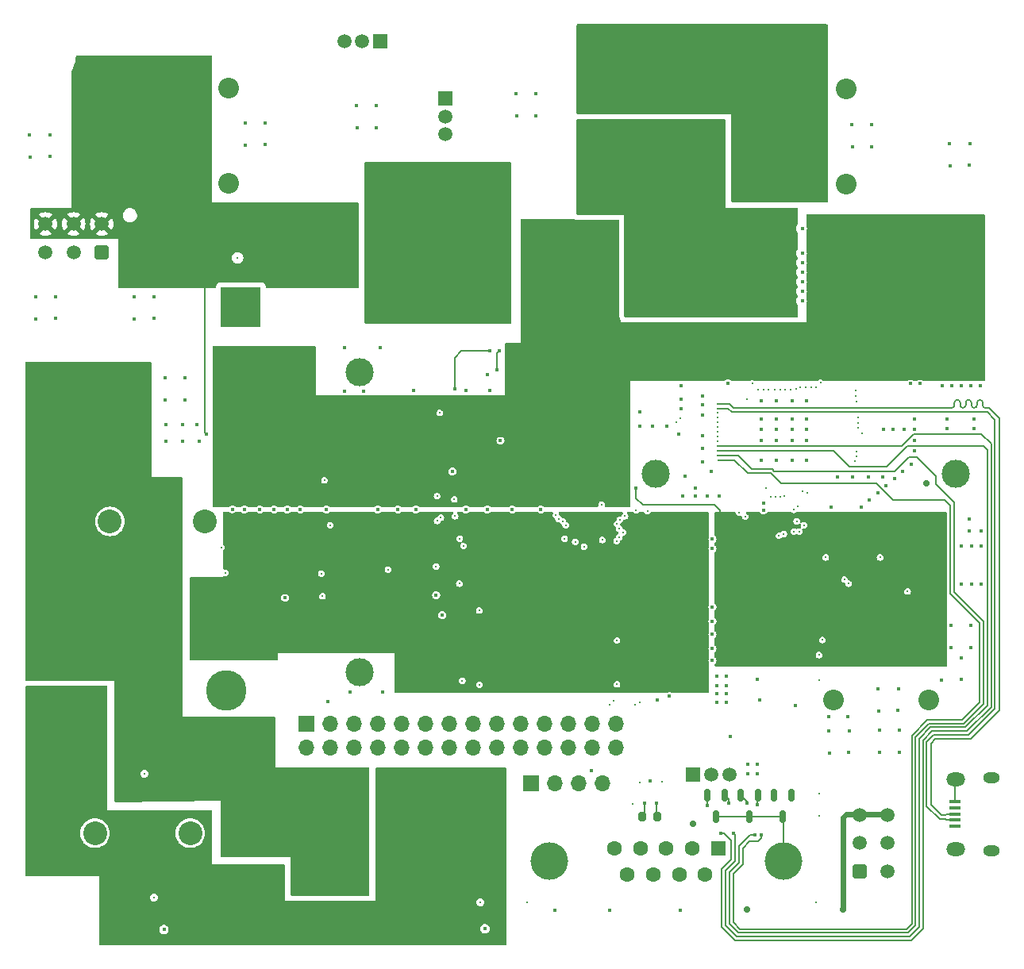
<source format=gtl>
G04 #@! TF.GenerationSoftware,KiCad,Pcbnew,7.0.2*
G04 #@! TF.CreationDate,2023-11-12T14:42:30-07:00*
G04 #@! TF.ProjectId,Relay_Board_Lucy_V1,52656c61-795f-4426-9f61-72645f4c7563,V1.0*
G04 #@! TF.SameCoordinates,Original*
G04 #@! TF.FileFunction,Copper,L1,Top*
G04 #@! TF.FilePolarity,Positive*
%FSLAX46Y46*%
G04 Gerber Fmt 4.6, Leading zero omitted, Abs format (unit mm)*
G04 Created by KiCad (PCBNEW 7.0.2) date 2023-11-12 14:42:30*
%MOMM*%
%LPD*%
G01*
G04 APERTURE LIST*
G04 Aperture macros list*
%AMRoundRect*
0 Rectangle with rounded corners*
0 $1 Rounding radius*
0 $2 $3 $4 $5 $6 $7 $8 $9 X,Y pos of 4 corners*
0 Add a 4 corners polygon primitive as box body*
4,1,4,$2,$3,$4,$5,$6,$7,$8,$9,$2,$3,0*
0 Add four circle primitives for the rounded corners*
1,1,$1+$1,$2,$3*
1,1,$1+$1,$4,$5*
1,1,$1+$1,$6,$7*
1,1,$1+$1,$8,$9*
0 Add four rect primitives between the rounded corners*
20,1,$1+$1,$2,$3,$4,$5,0*
20,1,$1+$1,$4,$5,$6,$7,0*
20,1,$1+$1,$6,$7,$8,$9,0*
20,1,$1+$1,$8,$9,$2,$3,0*%
G04 Aperture macros list end*
G04 #@! TA.AperFunction,SMDPad,CuDef*
%ADD10RoundRect,0.250000X-2.050000X-0.300000X2.050000X-0.300000X2.050000X0.300000X-2.050000X0.300000X0*%
G04 #@! TD*
G04 #@! TA.AperFunction,SMDPad,CuDef*
%ADD11RoundRect,0.250000X-2.025000X-2.375000X2.025000X-2.375000X2.025000X2.375000X-2.025000X2.375000X0*%
G04 #@! TD*
G04 #@! TA.AperFunction,SMDPad,CuDef*
%ADD12RoundRect,0.250002X-4.449998X-5.149998X4.449998X-5.149998X4.449998X5.149998X-4.449998X5.149998X0*%
G04 #@! TD*
G04 #@! TA.AperFunction,ComponentPad*
%ADD13R,4.318000X4.318000*%
G04 #@! TD*
G04 #@! TA.AperFunction,ComponentPad*
%ADD14C,4.318000*%
G04 #@! TD*
G04 #@! TA.AperFunction,ComponentPad*
%ADD15C,2.540000*%
G04 #@! TD*
G04 #@! TA.AperFunction,ComponentPad*
%ADD16C,2.209800*%
G04 #@! TD*
G04 #@! TA.AperFunction,SMDPad,CuDef*
%ADD17RoundRect,0.200000X0.200000X0.275000X-0.200000X0.275000X-0.200000X-0.275000X0.200000X-0.275000X0*%
G04 #@! TD*
G04 #@! TA.AperFunction,SMDPad,CuDef*
%ADD18R,1.300000X0.450000*%
G04 #@! TD*
G04 #@! TA.AperFunction,ComponentPad*
%ADD19O,1.800000X1.150000*%
G04 #@! TD*
G04 #@! TA.AperFunction,ComponentPad*
%ADD20O,2.000000X1.450000*%
G04 #@! TD*
G04 #@! TA.AperFunction,ComponentPad*
%ADD21R,1.700000X1.700000*%
G04 #@! TD*
G04 #@! TA.AperFunction,ComponentPad*
%ADD22O,1.700000X1.700000*%
G04 #@! TD*
G04 #@! TA.AperFunction,ComponentPad*
%ADD23RoundRect,0.250001X0.499999X0.499999X-0.499999X0.499999X-0.499999X-0.499999X0.499999X-0.499999X0*%
G04 #@! TD*
G04 #@! TA.AperFunction,ComponentPad*
%ADD24C,1.500000*%
G04 #@! TD*
G04 #@! TA.AperFunction,SMDPad,CuDef*
%ADD25RoundRect,0.150000X-0.150000X0.512500X-0.150000X-0.512500X0.150000X-0.512500X0.150000X0.512500X0*%
G04 #@! TD*
G04 #@! TA.AperFunction,ComponentPad*
%ADD26O,7.500000X2.300000*%
G04 #@! TD*
G04 #@! TA.AperFunction,ComponentPad*
%ADD27C,3.000000*%
G04 #@! TD*
G04 #@! TA.AperFunction,ComponentPad*
%ADD28O,2.300000X7.500000*%
G04 #@! TD*
G04 #@! TA.AperFunction,ComponentPad*
%ADD29R,1.500000X1.500000*%
G04 #@! TD*
G04 #@! TA.AperFunction,ComponentPad*
%ADD30C,0.800000*%
G04 #@! TD*
G04 #@! TA.AperFunction,ComponentPad*
%ADD31O,9.000000X6.000000*%
G04 #@! TD*
G04 #@! TA.AperFunction,ComponentPad*
%ADD32RoundRect,0.250001X0.499999X-0.499999X0.499999X0.499999X-0.499999X0.499999X-0.499999X-0.499999X0*%
G04 #@! TD*
G04 #@! TA.AperFunction,ComponentPad*
%ADD33O,6.000000X9.000000*%
G04 #@! TD*
G04 #@! TA.AperFunction,ComponentPad*
%ADD34C,4.000000*%
G04 #@! TD*
G04 #@! TA.AperFunction,ComponentPad*
%ADD35R,1.600000X1.600000*%
G04 #@! TD*
G04 #@! TA.AperFunction,ComponentPad*
%ADD36C,1.600000*%
G04 #@! TD*
G04 #@! TA.AperFunction,ViaPad*
%ADD37C,0.400000*%
G04 #@! TD*
G04 #@! TA.AperFunction,ViaPad*
%ADD38C,0.700000*%
G04 #@! TD*
G04 #@! TA.AperFunction,ViaPad*
%ADD39C,0.250000*%
G04 #@! TD*
G04 #@! TA.AperFunction,Conductor*
%ADD40C,0.200000*%
G04 #@! TD*
G04 #@! TA.AperFunction,Conductor*
%ADD41C,0.600000*%
G04 #@! TD*
G04 #@! TA.AperFunction,Conductor*
%ADD42C,10.000000*%
G04 #@! TD*
G04 APERTURE END LIST*
D10*
X138430000Y-77470000D03*
D11*
X145155000Y-77235000D03*
X145155000Y-82785000D03*
D12*
X147580000Y-80010000D03*
D11*
X150005000Y-77235000D03*
X150005000Y-82785000D03*
D10*
X138430000Y-82550000D03*
D13*
X110800000Y-117100000D03*
D14*
X110800000Y-124720000D03*
D15*
X106990000Y-139960000D03*
X96830000Y-139960000D03*
D14*
X93020000Y-127260000D03*
D16*
X175641000Y-125730000D03*
X185801000Y-125730000D03*
X175641000Y-115570000D03*
X185801000Y-115570000D03*
D17*
X156844000Y-138176000D03*
X155194000Y-138176000D03*
D18*
X188600000Y-139222000D03*
X188600000Y-138572000D03*
X188600000Y-137922000D03*
X188600000Y-137272000D03*
X188600000Y-136622000D03*
D19*
X192450000Y-141797000D03*
D20*
X188650000Y-141647000D03*
X188650000Y-134197000D03*
D19*
X192450000Y-134047000D03*
D21*
X119390000Y-128270000D03*
D22*
X119390000Y-130810000D03*
X121930000Y-128270000D03*
X121930000Y-130810000D03*
X124470000Y-128270000D03*
X124470000Y-130810000D03*
X127010000Y-128270000D03*
X127010000Y-130810000D03*
X129550000Y-128270000D03*
X129550000Y-130810000D03*
X132090000Y-128270000D03*
X132090000Y-130810000D03*
X134630000Y-128270000D03*
X134630000Y-130810000D03*
X137170000Y-128270000D03*
X137170000Y-130810000D03*
X139710000Y-128270000D03*
X139710000Y-130810000D03*
X142250000Y-128270000D03*
X142250000Y-130810000D03*
X144790000Y-128270000D03*
X144790000Y-130810000D03*
X147330000Y-128270000D03*
X147330000Y-130810000D03*
X149870000Y-128270000D03*
X149870000Y-130810000D03*
X152410000Y-128270000D03*
X152410000Y-130810000D03*
D21*
X143383000Y-134620000D03*
D22*
X145923000Y-134620000D03*
X148463000Y-134620000D03*
X151003000Y-134620000D03*
D16*
X123825000Y-135001000D03*
X123825000Y-145161000D03*
X133985000Y-135001000D03*
X133985000Y-145161000D03*
D23*
X97567000Y-77978000D03*
D24*
X94567000Y-77978000D03*
X91567000Y-77978000D03*
X97567000Y-74978000D03*
X94567000Y-74978000D03*
X91567000Y-74978000D03*
D25*
X164018000Y-135895500D03*
X162118000Y-135895500D03*
X163068000Y-138170500D03*
D26*
X160650000Y-83000000D03*
X184650000Y-83000000D03*
D27*
X188650000Y-101600000D03*
X156650000Y-101600000D03*
D28*
X143695000Y-94805000D03*
X143695000Y-118805000D03*
D27*
X125095000Y-122805000D03*
X125095000Y-90805000D03*
D16*
X111125000Y-70612000D03*
X111125000Y-60452000D03*
X100965000Y-70612000D03*
X100965000Y-60452000D03*
D29*
X160660000Y-133745000D03*
D24*
X162570000Y-133745000D03*
X164480000Y-133745000D03*
D30*
X163620000Y-111715000D03*
X163620000Y-112975000D03*
X164370000Y-110685000D03*
X164370000Y-114005000D03*
X165570000Y-110295000D03*
X165570000Y-114395000D03*
X166900000Y-110295000D03*
X166900000Y-114395000D03*
D31*
X167570000Y-112345000D03*
D30*
X168240000Y-110295000D03*
X168240000Y-114395000D03*
X169570000Y-110295000D03*
X169570000Y-114395000D03*
X170770000Y-110685000D03*
X170770000Y-114005000D03*
X171520000Y-111715000D03*
X171520000Y-112975000D03*
X153620000Y-111715000D03*
X153620000Y-112975000D03*
X154370000Y-110685000D03*
X154370000Y-114005000D03*
X155570000Y-110295000D03*
X155570000Y-114395000D03*
X156900000Y-110295000D03*
X156900000Y-114395000D03*
D31*
X157570000Y-112345000D03*
D30*
X158240000Y-110295000D03*
X158240000Y-114395000D03*
X159570000Y-110295000D03*
X159570000Y-114395000D03*
X160770000Y-110685000D03*
X160770000Y-114005000D03*
X161520000Y-111715000D03*
X161520000Y-112975000D03*
D32*
X178400000Y-144000000D03*
D24*
X178400000Y-141000000D03*
X178400000Y-138000000D03*
X181400000Y-144000000D03*
X181400000Y-141000000D03*
X181400000Y-138000000D03*
D25*
X167574000Y-135895500D03*
X165674000Y-135895500D03*
X166624000Y-138170500D03*
X171130000Y-135895500D03*
X169230000Y-135895500D03*
X170180000Y-138170500D03*
D29*
X134225000Y-61600000D03*
D24*
X134225000Y-63510000D03*
X134225000Y-65420000D03*
D30*
X156255000Y-64560000D03*
X154995000Y-64560000D03*
X157285000Y-65310000D03*
X153965000Y-65310000D03*
X157675000Y-66510000D03*
X153575000Y-66510000D03*
X157675000Y-67840000D03*
X153575000Y-67840000D03*
D33*
X155625000Y-68510000D03*
D30*
X157675000Y-69180000D03*
X153575000Y-69180000D03*
X157675000Y-70510000D03*
X153575000Y-70510000D03*
X157285000Y-71710000D03*
X153965000Y-71710000D03*
X156255000Y-72460000D03*
X154995000Y-72460000D03*
X156255000Y-54560000D03*
X154995000Y-54560000D03*
X157285000Y-55310000D03*
X153965000Y-55310000D03*
X157675000Y-56510000D03*
X153575000Y-56510000D03*
X157675000Y-57840000D03*
X153575000Y-57840000D03*
D33*
X155625000Y-58510000D03*
D30*
X157675000Y-59180000D03*
X153575000Y-59180000D03*
X157675000Y-60510000D03*
X153575000Y-60510000D03*
X157285000Y-61710000D03*
X153965000Y-61710000D03*
X156255000Y-62460000D03*
X154995000Y-62460000D03*
D16*
X176931600Y-70739101D03*
X176931600Y-60579101D03*
X166771600Y-70739101D03*
X166771600Y-60579101D03*
D13*
X112400000Y-83840000D03*
D14*
X112400000Y-91460000D03*
D15*
X108590000Y-106700000D03*
X98430000Y-106700000D03*
D14*
X94620000Y-94000000D03*
D34*
X145270000Y-142979000D03*
X170270000Y-142979000D03*
D35*
X163310000Y-141559000D03*
D36*
X160540000Y-141559000D03*
X157770000Y-141559000D03*
X155000000Y-141559000D03*
X152230000Y-141559000D03*
X161925000Y-144399000D03*
X159155000Y-144399000D03*
X156385000Y-144399000D03*
X153615000Y-144399000D03*
D29*
X127249000Y-55485000D03*
D24*
X125339000Y-55485000D03*
X123429000Y-55485000D03*
D30*
X124289000Y-77515000D03*
X124289000Y-76255000D03*
X123539000Y-78545000D03*
X123539000Y-75225000D03*
X122339000Y-78935000D03*
X122339000Y-74835000D03*
X121009000Y-78935000D03*
X121009000Y-74835000D03*
D31*
X120339000Y-76885000D03*
D30*
X119669000Y-78935000D03*
X119669000Y-74835000D03*
X118339000Y-78935000D03*
X118339000Y-74835000D03*
X117139000Y-78545000D03*
X117139000Y-75225000D03*
X116389000Y-77515000D03*
X116389000Y-76255000D03*
X134289000Y-77515000D03*
X134289000Y-76255000D03*
X133539000Y-78545000D03*
X133539000Y-75225000D03*
X132339000Y-78935000D03*
X132339000Y-74835000D03*
X131009000Y-78935000D03*
X131009000Y-74835000D03*
D31*
X130339000Y-76885000D03*
D30*
X129669000Y-78935000D03*
X129669000Y-74835000D03*
X128339000Y-78935000D03*
X128339000Y-74835000D03*
X127139000Y-78545000D03*
X127139000Y-75225000D03*
X126389000Y-77515000D03*
X126389000Y-76255000D03*
D37*
X159359600Y-94691200D03*
X138938000Y-92710000D03*
X179451000Y-104394000D03*
X141782800Y-63449200D03*
X143865600Y-63423800D03*
X179679600Y-66725800D03*
X144399000Y-105410000D03*
X169545000Y-98044000D03*
X180848000Y-101981000D03*
X182524400Y-124536200D03*
X171196000Y-98044000D03*
X114985800Y-66522600D03*
X164211000Y-125984000D03*
X171196000Y-100203000D03*
X104394000Y-98171000D03*
X188163200Y-120167400D03*
X101041200Y-85090000D03*
X118745000Y-105410000D03*
X184277000Y-96901000D03*
X163449000Y-104013000D03*
X90551000Y-85090000D03*
X164211000Y-123190000D03*
X92633800Y-85064600D03*
X138684000Y-105410000D03*
X187198000Y-92202000D03*
X160909000Y-104013000D03*
X189230000Y-92202000D03*
X172339000Y-82169000D03*
X182499000Y-126873000D03*
X164211000Y-124206000D03*
X163195000Y-124206000D03*
X175387000Y-105156000D03*
X172720000Y-100203000D03*
X183800000Y-92000000D03*
X184277000Y-98044000D03*
X177165000Y-127508000D03*
X104343200Y-93751400D03*
X127228600Y-88188800D03*
X124714000Y-62357000D03*
X180492400Y-128981200D03*
X158115000Y-125349000D03*
X167894000Y-93853000D03*
X187706000Y-96774000D03*
X180975000Y-96901000D03*
X89916000Y-67818000D03*
X169545000Y-100203000D03*
X190373000Y-113411000D03*
X89865200Y-65455800D03*
X178562000Y-105156000D03*
X124764800Y-64719200D03*
X162687000Y-117348000D03*
X159359600Y-93675200D03*
X172720000Y-98044000D03*
X171196000Y-93853000D03*
X182651400Y-128981200D03*
X182626000Y-131318000D03*
X123418600Y-88138000D03*
X189230000Y-113411000D03*
X162687000Y-109601000D03*
X163195000Y-125095000D03*
X92024200Y-65455800D03*
X163195000Y-125984000D03*
X145872200Y-148158200D03*
X159512000Y-104013000D03*
X172339000Y-75438000D03*
X130810000Y-92710000D03*
X167894000Y-96901000D03*
X169545000Y-93853000D03*
X190627000Y-96774000D03*
X177266600Y-129032000D03*
X167894000Y-98044000D03*
X91998800Y-67792600D03*
X176022000Y-101981000D03*
X126847600Y-64693800D03*
X187706000Y-95758000D03*
X106426000Y-93726000D03*
X172720000Y-96901000D03*
X175107600Y-129032000D03*
X168148000Y-104775000D03*
X162560000Y-101346000D03*
X163195000Y-123190000D03*
X160909000Y-103124000D03*
X184277000Y-99187000D03*
X117348000Y-105410000D03*
X161671000Y-98933000D03*
X190271400Y-117805200D03*
X187147200Y-123596400D03*
X182118000Y-102108000D03*
X167513000Y-132588000D03*
X112903000Y-66548000D03*
X164338000Y-91948000D03*
X106172000Y-96393000D03*
X190627000Y-95758000D03*
X181991000Y-96901000D03*
X190246000Y-120142000D03*
X107950000Y-98171000D03*
X90500200Y-82727800D03*
X172339000Y-83185000D03*
X168148000Y-105537000D03*
X172339000Y-79121000D03*
X125450600Y-92811600D03*
X189230000Y-109347000D03*
X184800000Y-92000000D03*
X191262000Y-92202000D03*
X190119000Y-68707000D03*
X136398000Y-92710000D03*
X188112400Y-117805200D03*
X162687000Y-118745000D03*
X162687000Y-108585000D03*
X162687000Y-120269000D03*
X121640600Y-125933200D03*
X138684000Y-91059000D03*
X169545000Y-96901000D03*
X189255400Y-121234200D03*
X172720000Y-93853000D03*
X184277000Y-95758000D03*
X175158400Y-131394200D03*
X159131000Y-97409000D03*
X156337000Y-96520000D03*
X167513000Y-123571000D03*
X103124000Y-85064600D03*
X159385000Y-92202000D03*
X172339000Y-80137000D03*
X164211000Y-125095000D03*
X172339000Y-81153000D03*
X172720000Y-95758000D03*
X183159400Y-96901000D03*
X159232600Y-148209000D03*
X115011200Y-64185800D03*
X166497000Y-133604000D03*
X162687000Y-121539000D03*
X177241200Y-131368800D03*
X159766000Y-101854000D03*
X156845000Y-125730000D03*
X154940000Y-94996000D03*
X167513000Y-133604000D03*
X180416200Y-126898400D03*
X115951000Y-105410000D03*
X104292400Y-91389200D03*
X92659200Y-82727800D03*
X177673000Y-101981000D03*
X141351000Y-105410000D03*
X151688800Y-148183600D03*
X143891000Y-61087000D03*
X171196000Y-95758000D03*
X181229000Y-102870000D03*
X131064000Y-105410000D03*
X157861000Y-96520000D03*
X189230000Y-123571000D03*
X190373000Y-109347000D03*
X171577000Y-126365000D03*
X154940000Y-96520000D03*
X190119000Y-106426000D03*
X167767000Y-125730000D03*
X129159000Y-105410000D03*
X190246000Y-92202000D03*
X167894000Y-100203000D03*
X175107600Y-127508000D03*
X191389000Y-113411000D03*
X191389000Y-107696000D03*
X171196000Y-96901000D03*
X167894000Y-95758000D03*
X127000000Y-105410000D03*
X179705000Y-64389000D03*
X141732000Y-61087000D03*
X188036200Y-68732400D03*
X161671000Y-93345000D03*
X191389000Y-109347000D03*
X149783800Y-133248400D03*
X161671000Y-100330000D03*
X190119000Y-107696000D03*
X156057600Y-134391400D03*
X107696000Y-96393000D03*
X180365400Y-124536200D03*
X180340000Y-103632000D03*
X136398000Y-105410000D03*
X104394000Y-96393000D03*
X164592000Y-129667000D03*
X112776000Y-105410000D03*
X106172000Y-98171000D03*
X138430000Y-150164800D03*
X106451400Y-91389200D03*
X166497000Y-132588000D03*
X124002800Y-124942600D03*
X162179000Y-104013000D03*
X100990400Y-82727800D03*
X188214000Y-92202000D03*
X177596800Y-66751200D03*
X126873000Y-62357000D03*
X161671000Y-97536000D03*
X127533400Y-124942600D03*
X172339000Y-78105000D03*
X190144400Y-66370200D03*
X123469400Y-92786200D03*
X179324000Y-101981000D03*
X169545000Y-95758000D03*
X104190800Y-150241000D03*
X162687000Y-115824000D03*
X161671000Y-95377000D03*
X103149400Y-82727800D03*
X161671000Y-94234000D03*
X121539000Y-105435400D03*
X177546000Y-64389000D03*
X114427000Y-105410000D03*
X111500000Y-105400000D03*
X180543200Y-131343400D03*
X187985400Y-66370200D03*
X183896000Y-100584000D03*
X112852200Y-64185800D03*
X183007000Y-101346000D03*
D38*
X176657000Y-148082000D03*
X166370000Y-148082000D03*
X160655000Y-138938000D03*
X185547000Y-102616000D03*
D39*
X178257200Y-95631000D03*
X177215800Y-113334800D03*
D37*
X171069000Y-135890000D03*
X169164000Y-135890000D03*
D39*
X146278600Y-106426000D03*
X153365200Y-106146600D03*
X133731000Y-106299000D03*
X133604000Y-95123000D03*
X133324600Y-103987600D03*
X171805600Y-105130600D03*
X133324600Y-106654600D03*
X146735800Y-106680000D03*
X152806400Y-106527600D03*
X171678600Y-106680000D03*
X171373800Y-107772200D03*
X148056600Y-108864400D03*
X170357800Y-104013000D03*
X153136600Y-107873800D03*
X171958000Y-107772200D03*
X152781000Y-107492800D03*
X171373800Y-105460800D03*
X135686800Y-113334800D03*
X146913600Y-108534200D03*
X135737600Y-108534200D03*
X172466000Y-107086400D03*
X147040600Y-107086400D03*
X121310400Y-102311200D03*
X152501600Y-106959400D03*
X121920000Y-107086400D03*
X172770800Y-103657400D03*
X152501600Y-124079000D03*
X137845800Y-124104400D03*
X174421800Y-119354600D03*
X152501600Y-119405400D03*
X172339000Y-103505000D03*
X137820400Y-116205000D03*
D37*
X167513000Y-136906000D03*
X166370000Y-136779000D03*
X164465000Y-136779000D03*
X162179000Y-137033000D03*
X108712000Y-97409000D03*
X138938000Y-88519000D03*
X154559000Y-103149400D03*
X134950200Y-101371400D03*
X135178800Y-92583000D03*
X140081000Y-98094800D03*
X139700000Y-90551000D03*
X139954000Y-88519000D03*
D39*
X166938000Y-91973400D03*
X154559000Y-105511600D03*
X166192200Y-106197400D03*
X151739600Y-126263400D03*
X154457400Y-126263400D03*
X152146000Y-125857000D03*
X165557200Y-105765600D03*
X154914600Y-125984000D03*
X166395400Y-93649800D03*
X155752800Y-105587800D03*
X163271200Y-94643000D03*
X163271200Y-94143000D03*
X178231800Y-96164400D03*
X170459400Y-92608400D03*
X178206400Y-96697800D03*
X171069000Y-92608400D03*
X178638200Y-97282000D03*
X171602400Y-92557600D03*
X172059600Y-92430600D03*
X178028600Y-99263200D03*
X168148000Y-92659200D03*
X178028600Y-99796600D03*
X168681400Y-92608400D03*
X177927000Y-100304600D03*
X169341800Y-92659200D03*
X169900600Y-92633800D03*
X177977800Y-92735400D03*
X167589200Y-92684600D03*
X178003200Y-93294200D03*
X163271200Y-95643000D03*
X178028600Y-93903800D03*
X163271200Y-95143000D03*
X163271200Y-98143000D03*
X163271200Y-97643000D03*
X163271200Y-97143000D03*
D37*
X156718000Y-136779000D03*
X155448000Y-136779000D03*
D39*
X128092200Y-111836200D03*
X110286800Y-109474000D03*
X133223000Y-111506000D03*
D37*
X133883400Y-116713000D03*
X133223000Y-114554000D03*
X117119400Y-114858800D03*
D39*
X110718600Y-112166400D03*
X120980200Y-112268000D03*
X112039400Y-78587600D03*
X121095000Y-114681000D03*
X163296600Y-100143000D03*
D37*
X167919400Y-140182600D03*
D39*
X163271200Y-99643000D03*
D37*
X167259000Y-140157200D03*
X164969815Y-139994133D03*
D39*
X163271200Y-99143000D03*
D37*
X163550600Y-139954000D03*
D39*
X163271200Y-98643000D03*
X173202600Y-92379800D03*
X176784000Y-112903000D03*
X168910000Y-104038400D03*
X136017000Y-123698000D03*
X169773600Y-108229400D03*
X148996400Y-109397800D03*
X136144000Y-109321600D03*
X152476200Y-108788200D03*
X180568600Y-110540800D03*
X183515000Y-114173000D03*
X174777400Y-110540800D03*
X168427400Y-103149400D03*
X150952200Y-108686600D03*
X135255000Y-106146600D03*
X135153400Y-104343200D03*
X150876000Y-104902000D03*
X145999200Y-106019600D03*
X152755600Y-108381800D03*
X169438000Y-104069200D03*
X170307000Y-108026200D03*
X169900600Y-104038400D03*
X137947400Y-147320000D03*
X142900400Y-147320000D03*
X174066200Y-120954800D03*
X174066200Y-123596400D03*
X103124000Y-146812000D03*
X174066200Y-138150600D03*
X174066200Y-135737600D03*
X173710600Y-147320000D03*
X102108000Y-133604000D03*
X163271200Y-96143000D03*
X159283400Y-95732600D03*
X158877000Y-96139000D03*
X163271200Y-96643000D03*
X174218600Y-91922600D03*
X154940000Y-134518400D03*
X157302200Y-134493000D03*
X173761400Y-92354400D03*
X154178000Y-136829800D03*
X172643800Y-92405200D03*
D40*
X170270000Y-138260500D02*
X170270000Y-142979000D01*
X188600000Y-136622000D02*
X188600000Y-134247000D01*
X170180000Y-138170500D02*
X170270000Y-138260500D01*
X170180000Y-138170500D02*
X166624000Y-138170500D01*
X163068000Y-138170500D02*
X166624000Y-138170500D01*
X188600000Y-134247000D02*
X188650000Y-134197000D01*
D41*
X176990000Y-137970000D02*
X178425000Y-137970000D01*
X176657000Y-148082000D02*
X176657000Y-138303000D01*
X178425000Y-137970000D02*
X181425000Y-137970000D01*
X176657000Y-138303000D02*
X176990000Y-137970000D01*
D40*
X171069000Y-135890000D02*
X171124500Y-135890000D01*
X171124500Y-135890000D02*
X171130000Y-135895500D01*
X169164000Y-135890000D02*
X169224500Y-135890000D01*
X169224500Y-135890000D02*
X169230000Y-135895500D01*
D42*
X147580000Y-80010000D02*
X147701000Y-80131000D01*
X147701000Y-80131000D02*
X147701000Y-88519000D01*
D40*
X167513000Y-135956500D02*
X167574000Y-135895500D01*
X167513000Y-136906000D02*
X167513000Y-135956500D01*
X166370000Y-136591500D02*
X165674000Y-135895500D01*
X166370000Y-136779000D02*
X166370000Y-136591500D01*
X164465000Y-136779000D02*
X164465000Y-136342500D01*
X164465000Y-136342500D02*
X164018000Y-135895500D01*
X162179000Y-137033000D02*
X162179000Y-135956500D01*
X162179000Y-135956500D02*
X162118000Y-135895500D01*
X108712000Y-97409000D02*
X108534200Y-97231200D01*
X108534200Y-97231200D02*
X108534200Y-81254600D01*
X154559000Y-104267000D02*
X154559000Y-103149400D01*
X163499800Y-105537000D02*
X162915600Y-104952800D01*
X135890000Y-88519000D02*
X135178800Y-89230200D01*
X155244800Y-104952800D02*
X154559000Y-104267000D01*
X163499800Y-106324400D02*
X163499800Y-105537000D01*
X138938000Y-88519000D02*
X135890000Y-88519000D01*
X162915600Y-104952800D02*
X155244800Y-104952800D01*
X135178800Y-89230200D02*
X135178800Y-92583000D01*
X139700000Y-88773000D02*
X139954000Y-88519000D01*
X139700000Y-90551000D02*
X139700000Y-88773000D01*
X192815000Y-126678200D02*
X192815000Y-95851200D01*
X190025800Y-129467400D02*
X192815000Y-126678200D01*
X186947200Y-138472000D02*
X185550600Y-137075400D01*
X164366000Y-94643000D02*
X163271200Y-94643000D01*
X192007000Y-95043200D02*
X164766200Y-95043200D01*
X187524999Y-138472000D02*
X186947200Y-138472000D01*
X185550600Y-137075400D02*
X185550600Y-130208800D01*
X188600000Y-138572000D02*
X187624999Y-138572000D01*
X187624999Y-138572000D02*
X187524999Y-138472000D01*
X192815000Y-95851200D02*
X192007000Y-95043200D01*
X186292000Y-129467400D02*
X190025800Y-129467400D01*
X185550600Y-130208800D02*
X186292000Y-129467400D01*
X164766200Y-95043200D02*
X164366000Y-94643000D01*
X193265000Y-95664800D02*
X193265000Y-126864600D01*
X189714000Y-94293200D02*
X189714000Y-94029048D01*
X188514000Y-94293200D02*
X188514000Y-94029041D01*
X190212200Y-129917400D02*
X186478400Y-129917400D01*
X164490400Y-94132400D02*
X164951200Y-94593200D01*
X193265000Y-126864600D02*
X190212200Y-129917400D01*
X191514000Y-94029054D02*
X191514000Y-94293200D01*
X163271200Y-94143000D02*
X163281800Y-94132400D01*
X187133600Y-138022000D02*
X187524999Y-138022000D01*
X187524999Y-138022000D02*
X187624999Y-137922000D01*
X190314000Y-94029048D02*
X190314000Y-94293200D01*
X186478400Y-129917400D02*
X186000600Y-130395200D01*
X187624999Y-137922000D02*
X188600000Y-137922000D01*
X186000600Y-130395200D02*
X186000600Y-136889000D01*
X192193400Y-94593200D02*
X193265000Y-95664800D01*
X163281800Y-94132400D02*
X164490400Y-94132400D01*
X164951200Y-94593200D02*
X188214000Y-94593200D01*
X190914000Y-94293200D02*
X190914000Y-94029054D01*
X191814000Y-94593200D02*
X192193400Y-94593200D01*
X189114000Y-94029041D02*
X189114000Y-94293200D01*
X186000600Y-136889000D02*
X187133600Y-138022000D01*
X189114000Y-94293200D02*
G75*
G03*
X189414000Y-94593200I300000J0D01*
G01*
X189414000Y-94593200D02*
G75*
G03*
X189714000Y-94293200I0J300000D01*
G01*
X190614000Y-94593200D02*
G75*
G03*
X190914000Y-94293200I0J300000D01*
G01*
X190314000Y-94293200D02*
G75*
G03*
X190614000Y-94593200I300000J0D01*
G01*
X190014000Y-93729000D02*
G75*
G03*
X189714000Y-94029048I0J-300000D01*
G01*
X191514046Y-94029054D02*
G75*
G03*
X191214000Y-93729054I-300046J-46D01*
G01*
X190313952Y-94029048D02*
G75*
G03*
X190014000Y-93729048I-299952J48D01*
G01*
X188814000Y-93729000D02*
G75*
G03*
X188514000Y-94029041I0J-300000D01*
G01*
X191214000Y-93729100D02*
G75*
G03*
X190914000Y-94029054I0J-300000D01*
G01*
X191514000Y-94293200D02*
G75*
G03*
X191814000Y-94593200I300000J0D01*
G01*
X189113959Y-94029041D02*
G75*
G03*
X188814000Y-93729041I-299959J41D01*
G01*
X188214000Y-94593200D02*
G75*
G03*
X188514000Y-94293200I0J300000D01*
G01*
X156718000Y-138050000D02*
X156844000Y-138176000D01*
X156718000Y-136779000D02*
X156718000Y-138050000D01*
X155448000Y-136779000D02*
X155448000Y-137922000D01*
X155448000Y-137922000D02*
X155194000Y-138176000D01*
X187452000Y-104394000D02*
X188087000Y-105029000D01*
X185629256Y-127867400D02*
X183950600Y-129546059D01*
X165919000Y-143245055D02*
X165919000Y-141548000D01*
X191215000Y-117527553D02*
X191215000Y-126015456D01*
X188087000Y-105029000D02*
X188087000Y-114399553D01*
X189363056Y-127867400D02*
X185629256Y-127867400D01*
X165919000Y-141548000D02*
X166624000Y-140843000D01*
X183950600Y-149632342D02*
X183398942Y-150184000D01*
X163296600Y-100143000D02*
X165040000Y-100143000D01*
X164903000Y-149489942D02*
X164903000Y-144261057D01*
X165040000Y-100143000D02*
X166426600Y-101529600D01*
X169996400Y-102616000D02*
X180213000Y-102616000D01*
X167919400Y-140447254D02*
X167919400Y-140182600D01*
X164903000Y-144261057D02*
X165919000Y-143245055D01*
X180213000Y-102616000D02*
X181991000Y-104394000D01*
X188087000Y-114399553D02*
X191215000Y-117527553D01*
X168910000Y-101529600D02*
X169996400Y-102616000D01*
X167523654Y-140843000D02*
X167919400Y-140447254D01*
X191215000Y-126015456D02*
X189363056Y-127867400D01*
X183950600Y-129546059D02*
X183950600Y-149632342D01*
X166624000Y-140843000D02*
X167523654Y-140843000D01*
X165597058Y-150184000D02*
X164903000Y-149489942D01*
X166426600Y-101529600D02*
X168910000Y-101529600D01*
X181991000Y-104394000D02*
X187452000Y-104394000D01*
X183398942Y-150184000D02*
X165597058Y-150184000D01*
X191615000Y-117361868D02*
X191615000Y-126181142D01*
X188487000Y-104667000D02*
X188487000Y-114233867D01*
X166674800Y-140157200D02*
X167259000Y-140157200D01*
X165445000Y-99695000D02*
X166879600Y-101129600D01*
X166879600Y-101129600D02*
X169075685Y-101129600D01*
X163323200Y-99695000D02*
X165445000Y-99695000D01*
X183564628Y-150584000D02*
X165431372Y-150584000D01*
X188487000Y-114233867D02*
X191615000Y-117361868D01*
X186563000Y-101854000D02*
X186563000Y-102743000D01*
X164503000Y-149655628D02*
X164503000Y-144095372D01*
X182118000Y-101346000D02*
X183642000Y-99822000D01*
X191615000Y-126181142D02*
X189528742Y-128267400D01*
X165431372Y-150584000D02*
X164503000Y-149655628D01*
X184531000Y-99822000D02*
X186563000Y-101854000D01*
X185794942Y-128267400D02*
X184350600Y-129711744D01*
X183642000Y-99822000D02*
X184531000Y-99822000D01*
X169075685Y-101129600D02*
X169292085Y-101346000D01*
X186563000Y-102743000D02*
X188487000Y-104667000D01*
X165519000Y-141313000D02*
X166674800Y-140157200D01*
X169292085Y-101346000D02*
X182118000Y-101346000D01*
X163271200Y-99643000D02*
X163323200Y-99695000D01*
X189528742Y-128267400D02*
X185794942Y-128267400D01*
X184350600Y-129711744D02*
X184350600Y-149798028D01*
X184350600Y-149798028D02*
X183564628Y-150584000D01*
X165519000Y-143079370D02*
X165519000Y-141313000D01*
X164503000Y-144095372D02*
X165519000Y-143079370D01*
X175641000Y-99187000D02*
X177292000Y-100838000D01*
X192015000Y-99120315D02*
X192015000Y-126346828D01*
X185960628Y-128667400D02*
X184750600Y-129877429D01*
X164103000Y-143929686D02*
X165119000Y-142913685D01*
X183445686Y-98679000D02*
X191573685Y-98679000D01*
X165119000Y-142913685D02*
X165119000Y-140143318D01*
X191573685Y-98679000D02*
X192015000Y-99120315D01*
X184750600Y-129877429D02*
X184750600Y-149963714D01*
X165119000Y-140143318D02*
X164969815Y-139994133D01*
X189694428Y-128667400D02*
X185960628Y-128667400D01*
X184750600Y-149963714D02*
X183730314Y-150984000D01*
X181286686Y-100838000D02*
X183445686Y-98679000D01*
X177292000Y-100838000D02*
X181286686Y-100838000D01*
X183730314Y-150984000D02*
X165265686Y-150984000D01*
X164103000Y-149821314D02*
X164103000Y-143929686D01*
X163315200Y-99187000D02*
X175641000Y-99187000D01*
X163271200Y-99143000D02*
X163315200Y-99187000D01*
X165265686Y-150984000D02*
X164103000Y-149821314D01*
X192015000Y-126346828D02*
X189694428Y-128667400D01*
X185150600Y-150129400D02*
X183896000Y-151384000D01*
X192415000Y-126512514D02*
X189860114Y-129067400D01*
X163905000Y-139954000D02*
X163550600Y-139954000D01*
X164719000Y-142748000D02*
X164719000Y-140768000D01*
X192415000Y-98435000D02*
X192415000Y-126512514D01*
X163703000Y-149987000D02*
X163703000Y-143764000D01*
X164719000Y-140768000D02*
X163905000Y-139954000D01*
X163271200Y-98643000D02*
X182916000Y-98643000D01*
X165100000Y-151384000D02*
X163703000Y-149987000D01*
X191389000Y-97409000D02*
X192415000Y-98435000D01*
X182916000Y-98643000D02*
X184150000Y-97409000D01*
X184150000Y-97409000D02*
X191389000Y-97409000D01*
X163703000Y-143764000D02*
X164719000Y-142748000D01*
X183896000Y-151384000D02*
X165100000Y-151384000D01*
X186126314Y-129067400D02*
X185150600Y-130043114D01*
X185150600Y-130043114D02*
X185150600Y-150129400D01*
X189860114Y-129067400D02*
X186126314Y-129067400D01*
G04 #@! TA.AperFunction,Conductor*
G36*
X109290039Y-57042685D02*
G01*
X109335794Y-57095489D01*
X109347000Y-57146999D01*
X109347000Y-72644000D01*
X124844000Y-72644000D01*
X124911039Y-72663685D01*
X124956794Y-72716489D01*
X124968000Y-72768000D01*
X124968000Y-81664000D01*
X124948315Y-81731039D01*
X124895511Y-81776794D01*
X124844000Y-81788000D01*
X115183499Y-81788000D01*
X115116460Y-81768315D01*
X115070705Y-81715511D01*
X115059499Y-81664000D01*
X115059499Y-81636439D01*
X115059499Y-81633128D01*
X115053091Y-81573517D01*
X115002796Y-81438669D01*
X114916546Y-81323454D01*
X114801331Y-81237204D01*
X114666483Y-81186909D01*
X114606873Y-81180500D01*
X114603550Y-81180500D01*
X110196439Y-81180500D01*
X110196420Y-81180500D01*
X110193128Y-81180501D01*
X110189848Y-81180853D01*
X110189840Y-81180854D01*
X110133515Y-81186909D01*
X109998669Y-81237204D01*
X109883454Y-81323454D01*
X109797204Y-81438668D01*
X109746910Y-81573515D01*
X109746909Y-81573517D01*
X109740500Y-81633127D01*
X109740500Y-81636448D01*
X109740500Y-81636449D01*
X109740500Y-81664000D01*
X109720815Y-81731039D01*
X109668011Y-81776794D01*
X109616500Y-81788000D01*
X99438000Y-81788000D01*
X99370961Y-81768315D01*
X99325206Y-81715511D01*
X99314000Y-81664000D01*
X99314000Y-78587600D01*
X111409305Y-78587600D01*
X111427615Y-78738391D01*
X111481478Y-78880419D01*
X111567768Y-79005431D01*
X111681463Y-79106155D01*
X111681464Y-79106155D01*
X111681466Y-79106157D01*
X111815966Y-79176748D01*
X111963451Y-79213100D01*
X111963452Y-79213100D01*
X112115348Y-79213100D01*
X112115349Y-79213100D01*
X112262834Y-79176748D01*
X112397334Y-79106157D01*
X112511032Y-79005430D01*
X112597321Y-78880419D01*
X112651185Y-78738391D01*
X112669494Y-78587600D01*
X112651185Y-78436809D01*
X112597321Y-78294781D01*
X112597321Y-78294780D01*
X112511031Y-78169768D01*
X112397336Y-78069044D01*
X112262832Y-77998451D01*
X112163590Y-77973990D01*
X112115349Y-77962100D01*
X111963451Y-77962100D01*
X111927100Y-77971059D01*
X111815967Y-77998451D01*
X111681463Y-78069044D01*
X111567768Y-78169768D01*
X111481478Y-78294780D01*
X111427615Y-78436808D01*
X111409305Y-78587600D01*
X99314000Y-78587600D01*
X99314000Y-76581000D01*
X90040000Y-76581000D01*
X89972961Y-76561315D01*
X89927206Y-76508511D01*
X89916000Y-76457000D01*
X89916000Y-74978000D01*
X90312224Y-74978000D01*
X90331287Y-75195886D01*
X90387898Y-75407161D01*
X90480331Y-75605386D01*
X90523873Y-75667571D01*
X90523874Y-75667572D01*
X91083923Y-75107523D01*
X91107507Y-75187844D01*
X91185239Y-75308798D01*
X91293900Y-75402952D01*
X91424685Y-75462680D01*
X91434466Y-75464086D01*
X90877426Y-76021124D01*
X90877427Y-76021125D01*
X90939610Y-76064666D01*
X91137840Y-76157102D01*
X91349113Y-76213712D01*
X91566999Y-76232775D01*
X91784886Y-76213712D01*
X91996159Y-76157102D01*
X92194385Y-76064667D01*
X92256572Y-76021124D01*
X91699534Y-75464086D01*
X91709315Y-75462680D01*
X91840100Y-75402952D01*
X91948761Y-75308798D01*
X92026493Y-75187844D01*
X92050076Y-75107524D01*
X92610124Y-75667572D01*
X92653667Y-75605385D01*
X92746102Y-75407159D01*
X92802712Y-75195886D01*
X92821775Y-74978000D01*
X93312224Y-74978000D01*
X93331287Y-75195886D01*
X93387898Y-75407161D01*
X93480331Y-75605386D01*
X93523873Y-75667571D01*
X93523875Y-75667572D01*
X94083923Y-75107523D01*
X94107507Y-75187844D01*
X94185239Y-75308798D01*
X94293900Y-75402952D01*
X94424685Y-75462680D01*
X94434466Y-75464086D01*
X93877426Y-76021124D01*
X93877427Y-76021125D01*
X93939610Y-76064666D01*
X94137840Y-76157102D01*
X94349113Y-76213712D01*
X94566999Y-76232775D01*
X94784886Y-76213712D01*
X94996159Y-76157102D01*
X95194385Y-76064667D01*
X95256572Y-76021124D01*
X94699534Y-75464086D01*
X94709315Y-75462680D01*
X94840100Y-75402952D01*
X94948761Y-75308798D01*
X95026493Y-75187844D01*
X95050076Y-75107524D01*
X95610124Y-75667572D01*
X95653667Y-75605385D01*
X95746102Y-75407159D01*
X95802712Y-75195886D01*
X95821775Y-74978000D01*
X96312224Y-74978000D01*
X96331287Y-75195886D01*
X96387898Y-75407161D01*
X96480331Y-75605386D01*
X96523873Y-75667571D01*
X96523874Y-75667572D01*
X97083923Y-75107523D01*
X97107507Y-75187844D01*
X97185239Y-75308798D01*
X97293900Y-75402952D01*
X97424685Y-75462680D01*
X97434466Y-75464086D01*
X96877426Y-76021124D01*
X96877427Y-76021125D01*
X96939610Y-76064666D01*
X97137840Y-76157102D01*
X97349113Y-76213712D01*
X97566999Y-76232775D01*
X97784886Y-76213712D01*
X97996159Y-76157102D01*
X98194385Y-76064667D01*
X98256572Y-76021124D01*
X97699534Y-75464086D01*
X97709315Y-75462680D01*
X97840100Y-75402952D01*
X97948761Y-75308798D01*
X98026493Y-75187844D01*
X98050076Y-75107524D01*
X98610124Y-75667572D01*
X98653667Y-75605385D01*
X98746102Y-75407159D01*
X98802712Y-75195886D01*
X98821775Y-74978000D01*
X98802712Y-74760113D01*
X98746102Y-74548840D01*
X98653667Y-74350615D01*
X98610123Y-74288428D01*
X98050076Y-74848475D01*
X98026493Y-74768156D01*
X97948761Y-74647202D01*
X97840100Y-74553048D01*
X97709315Y-74493320D01*
X97699533Y-74491913D01*
X98109278Y-74082168D01*
X99808648Y-74082168D01*
X99824120Y-74169907D01*
X99839277Y-74255866D01*
X99880146Y-74350611D01*
X99909136Y-74417818D01*
X100014461Y-74559294D01*
X100149570Y-74672665D01*
X100149571Y-74672665D01*
X100149573Y-74672667D01*
X100307189Y-74751824D01*
X100307190Y-74751824D01*
X100307192Y-74751825D01*
X100478810Y-74792500D01*
X100478812Y-74792500D01*
X100607342Y-74792500D01*
X100610941Y-74792500D01*
X100742184Y-74777160D01*
X100907924Y-74716836D01*
X101055285Y-74619915D01*
X101176322Y-74491623D01*
X101184188Y-74478000D01*
X101230291Y-74398143D01*
X101264510Y-74338876D01*
X101315095Y-74169909D01*
X101325351Y-73993831D01*
X101294723Y-73820134D01*
X101224864Y-73658182D01*
X101119539Y-73516706D01*
X101058380Y-73465387D01*
X100984429Y-73403334D01*
X100826807Y-73324174D01*
X100655190Y-73283500D01*
X100655188Y-73283500D01*
X100523059Y-73283500D01*
X100519492Y-73283916D01*
X100519490Y-73283917D01*
X100391813Y-73298840D01*
X100226074Y-73359164D01*
X100078715Y-73456084D01*
X99957676Y-73584377D01*
X99869491Y-73737120D01*
X99818905Y-73906092D01*
X99808648Y-74082168D01*
X98109278Y-74082168D01*
X98256572Y-73934874D01*
X98256571Y-73934873D01*
X98194386Y-73891331D01*
X97996161Y-73798898D01*
X97784886Y-73742287D01*
X97567000Y-73723224D01*
X97349113Y-73742287D01*
X97137840Y-73798897D01*
X96939611Y-73891333D01*
X96877428Y-73934874D01*
X96877427Y-73934875D01*
X97434467Y-74491913D01*
X97424685Y-74493320D01*
X97293900Y-74553048D01*
X97185239Y-74647202D01*
X97107507Y-74768156D01*
X97083923Y-74848475D01*
X96523875Y-74288427D01*
X96523874Y-74288428D01*
X96480333Y-74350611D01*
X96387897Y-74548840D01*
X96331287Y-74760113D01*
X96312224Y-74978000D01*
X95821775Y-74978000D01*
X95802712Y-74760113D01*
X95746102Y-74548840D01*
X95653667Y-74350615D01*
X95610123Y-74288428D01*
X95050076Y-74848475D01*
X95026493Y-74768156D01*
X94948761Y-74647202D01*
X94840100Y-74553048D01*
X94709315Y-74493320D01*
X94699534Y-74491913D01*
X95256572Y-73934875D01*
X95256571Y-73934873D01*
X95194386Y-73891331D01*
X94996161Y-73798898D01*
X94784886Y-73742287D01*
X94567000Y-73723224D01*
X94349113Y-73742287D01*
X94137840Y-73798897D01*
X93939611Y-73891333D01*
X93877428Y-73934874D01*
X93877427Y-73934875D01*
X94434466Y-74491913D01*
X94424685Y-74493320D01*
X94293900Y-74553048D01*
X94185239Y-74647202D01*
X94107507Y-74768156D01*
X94083923Y-74848475D01*
X93523875Y-74288427D01*
X93523874Y-74288428D01*
X93480333Y-74350611D01*
X93387897Y-74548840D01*
X93331287Y-74760113D01*
X93312224Y-74978000D01*
X92821775Y-74978000D01*
X92802712Y-74760113D01*
X92746102Y-74548840D01*
X92653667Y-74350615D01*
X92610123Y-74288428D01*
X92050076Y-74848475D01*
X92026493Y-74768156D01*
X91948761Y-74647202D01*
X91840100Y-74553048D01*
X91709315Y-74493320D01*
X91699533Y-74491913D01*
X92256572Y-73934874D01*
X92256571Y-73934873D01*
X92194386Y-73891331D01*
X91996161Y-73798898D01*
X91784886Y-73742287D01*
X91567000Y-73723224D01*
X91349113Y-73742287D01*
X91137840Y-73798897D01*
X90939611Y-73891333D01*
X90877428Y-73934874D01*
X90877427Y-73934875D01*
X91434467Y-74491913D01*
X91424685Y-74493320D01*
X91293900Y-74553048D01*
X91185239Y-74647202D01*
X91107507Y-74768156D01*
X91083923Y-74848475D01*
X90523875Y-74288427D01*
X90523874Y-74288428D01*
X90480333Y-74350611D01*
X90387897Y-74548840D01*
X90331287Y-74760113D01*
X90312224Y-74978000D01*
X89916000Y-74978000D01*
X89916000Y-73403000D01*
X89935685Y-73335961D01*
X89988489Y-73290206D01*
X90040000Y-73279000D01*
X94361000Y-73279000D01*
X94361000Y-58625263D01*
X94374515Y-58568968D01*
X94478260Y-58365357D01*
X94479734Y-58362465D01*
X94614978Y-58010143D01*
X94712653Y-57645613D01*
X94771690Y-57272871D01*
X94778626Y-57140510D01*
X94801793Y-57074593D01*
X94856920Y-57031664D01*
X94902457Y-57023000D01*
X109223000Y-57023000D01*
X109290039Y-57042685D01*
G37*
G04 #@! TD.AperFunction*
G04 #@! TA.AperFunction,Conductor*
G36*
X102813039Y-89681685D02*
G01*
X102858794Y-89734489D01*
X102870000Y-89786000D01*
X102870000Y-101981000D01*
X106048123Y-101981000D01*
X106115162Y-102000685D01*
X106160917Y-102053489D01*
X106172123Y-102104877D01*
X106197400Y-127558800D01*
X115978816Y-127558800D01*
X116045855Y-127578485D01*
X116091610Y-127631289D01*
X116102815Y-127683382D01*
X116077999Y-132968999D01*
X116078000Y-132969000D01*
X125987000Y-132969000D01*
X126054039Y-132988685D01*
X126099794Y-133041489D01*
X126111000Y-133093000D01*
X126111000Y-146561000D01*
X126091315Y-146628039D01*
X126038511Y-146673794D01*
X125987000Y-146685000D01*
X117853000Y-146685000D01*
X117785961Y-146665315D01*
X117740206Y-146612511D01*
X117729000Y-146561000D01*
X117729000Y-142494000D01*
X110360000Y-142494000D01*
X110292961Y-142474315D01*
X110247206Y-142421511D01*
X110236000Y-142370000D01*
X110236000Y-136524999D01*
X110235999Y-136524999D01*
X99058393Y-136650591D01*
X98991137Y-136631661D01*
X98944791Y-136579374D01*
X98933000Y-136526599D01*
X98933000Y-133603999D01*
X101677195Y-133603999D01*
X101698280Y-133737124D01*
X101759472Y-133857221D01*
X101854778Y-133952527D01*
X101854780Y-133952528D01*
X101974874Y-134013719D01*
X102108000Y-134034804D01*
X102241126Y-134013719D01*
X102361220Y-133952528D01*
X102456528Y-133857220D01*
X102517719Y-133737126D01*
X102538804Y-133604000D01*
X102517719Y-133470874D01*
X102456528Y-133350780D01*
X102456527Y-133350778D01*
X102361221Y-133255472D01*
X102241124Y-133194280D01*
X102107999Y-133173195D01*
X101974875Y-133194280D01*
X101854778Y-133255472D01*
X101759472Y-133350778D01*
X101698280Y-133470875D01*
X101677195Y-133603999D01*
X98933000Y-133603999D01*
X98933000Y-123698000D01*
X89532000Y-123698000D01*
X89464961Y-123678315D01*
X89419206Y-123625511D01*
X89408000Y-123574000D01*
X89408000Y-106699999D01*
X96854644Y-106699999D01*
X96874039Y-106946441D01*
X96931746Y-107186812D01*
X97026346Y-107415193D01*
X97026348Y-107415197D01*
X97075937Y-107496119D01*
X97155512Y-107625974D01*
X97219243Y-107700593D01*
X97316055Y-107813945D01*
X97504029Y-107974490D01*
X97714803Y-108103652D01*
X97799171Y-108138598D01*
X97943187Y-108198253D01*
X98019126Y-108216484D01*
X98183560Y-108255961D01*
X98430000Y-108275356D01*
X98676440Y-108255961D01*
X98916812Y-108198253D01*
X99145197Y-108103652D01*
X99355971Y-107974490D01*
X99543945Y-107813945D01*
X99704490Y-107625971D01*
X99833652Y-107415197D01*
X99928253Y-107186812D01*
X99985961Y-106946440D01*
X100005356Y-106700000D01*
X99985961Y-106453560D01*
X99928253Y-106213188D01*
X99833652Y-105984803D01*
X99704490Y-105774029D01*
X99543945Y-105586055D01*
X99367551Y-105435400D01*
X99355974Y-105425512D01*
X99314342Y-105400000D01*
X99145197Y-105296348D01*
X99145194Y-105296347D01*
X99145193Y-105296346D01*
X98916812Y-105201746D01*
X98676441Y-105144039D01*
X98553220Y-105134341D01*
X98430000Y-105124644D01*
X98429999Y-105124644D01*
X98183558Y-105144039D01*
X97943187Y-105201746D01*
X97714806Y-105296346D01*
X97504025Y-105425512D01*
X97316055Y-105586055D01*
X97155512Y-105774025D01*
X97026346Y-105984806D01*
X96931746Y-106213187D01*
X96874039Y-106453558D01*
X96854644Y-106699999D01*
X89408000Y-106699999D01*
X89408000Y-89786000D01*
X89427685Y-89718961D01*
X89480489Y-89673206D01*
X89532000Y-89662000D01*
X102746000Y-89662000D01*
X102813039Y-89681685D01*
G37*
G04 #@! TD.AperFunction*
G04 #@! TA.AperFunction,Conductor*
G36*
X165147372Y-105683685D02*
G01*
X165193127Y-105736489D01*
X165202806Y-105768602D01*
X165219699Y-105875260D01*
X165270104Y-105974187D01*
X165348612Y-106052695D01*
X165447539Y-106103100D01*
X165557200Y-106120469D01*
X165686259Y-106100028D01*
X165686574Y-106102019D01*
X165727376Y-106094356D01*
X165792117Y-106120629D01*
X165832376Y-106177734D01*
X165837479Y-106198338D01*
X165854699Y-106307061D01*
X165905104Y-106405987D01*
X165983612Y-106484495D01*
X166082539Y-106534900D01*
X166192199Y-106552269D01*
X166192199Y-106552268D01*
X166192200Y-106552269D01*
X166301861Y-106534900D01*
X166400787Y-106484495D01*
X166479295Y-106405987D01*
X166529700Y-106307061D01*
X166547069Y-106197400D01*
X166529700Y-106087739D01*
X166511844Y-106052695D01*
X166479295Y-105988812D01*
X166400787Y-105910304D01*
X166377590Y-105898485D01*
X166326793Y-105850511D01*
X166309998Y-105782690D01*
X166332535Y-105716555D01*
X166387250Y-105673103D01*
X166433884Y-105664000D01*
X167659172Y-105664000D01*
X167726211Y-105683685D01*
X167769657Y-105731705D01*
X167799472Y-105790221D01*
X167894778Y-105885527D01*
X167894780Y-105885528D01*
X168014874Y-105946719D01*
X168081436Y-105957261D01*
X168147999Y-105967804D01*
X168147999Y-105967803D01*
X168148000Y-105967804D01*
X168281126Y-105946719D01*
X168401220Y-105885528D01*
X168496528Y-105790220D01*
X168526342Y-105731705D01*
X168574317Y-105680909D01*
X168636828Y-105664000D01*
X171029956Y-105664000D01*
X171096995Y-105683685D01*
X171117632Y-105700314D01*
X171149023Y-105731705D01*
X171165214Y-105747896D01*
X171233502Y-105782690D01*
X171264139Y-105798300D01*
X171373800Y-105815669D01*
X171483461Y-105798300D01*
X171582387Y-105747895D01*
X171629964Y-105700317D01*
X171691285Y-105666834D01*
X171717644Y-105664000D01*
X187582000Y-105664000D01*
X187649039Y-105683685D01*
X187694794Y-105736489D01*
X187706000Y-105788000D01*
X187706000Y-117641360D01*
X187704473Y-117660758D01*
X187681595Y-117805199D01*
X187704473Y-117949639D01*
X187706000Y-117969037D01*
X187706000Y-122050000D01*
X187686315Y-122117039D01*
X187633511Y-122162794D01*
X187582000Y-122174000D01*
X163065000Y-122174000D01*
X162997961Y-122154315D01*
X162952206Y-122101511D01*
X162941000Y-122050000D01*
X162941000Y-121938110D01*
X162960685Y-121871071D01*
X162977314Y-121850433D01*
X163035528Y-121792220D01*
X163096719Y-121672126D01*
X163117804Y-121539000D01*
X163096719Y-121405874D01*
X163035528Y-121285780D01*
X163035527Y-121285778D01*
X162977319Y-121227570D01*
X162943834Y-121166247D01*
X162941000Y-121139889D01*
X162941000Y-120954799D01*
X173711330Y-120954799D01*
X173728699Y-121064460D01*
X173779104Y-121163387D01*
X173857612Y-121241895D01*
X173943739Y-121285778D01*
X173956539Y-121292300D01*
X174066200Y-121309669D01*
X174175861Y-121292300D01*
X174274787Y-121241895D01*
X174353295Y-121163387D01*
X174403700Y-121064461D01*
X174421069Y-120954800D01*
X174403700Y-120845139D01*
X174382431Y-120803396D01*
X174353295Y-120746212D01*
X174274787Y-120667704D01*
X174175860Y-120617299D01*
X174066200Y-120599930D01*
X173956539Y-120617299D01*
X173857612Y-120667704D01*
X173779104Y-120746212D01*
X173728699Y-120845139D01*
X173711330Y-120954799D01*
X162941000Y-120954799D01*
X162941000Y-120668110D01*
X162960685Y-120601071D01*
X162977319Y-120580429D01*
X162980629Y-120577119D01*
X163035528Y-120522220D01*
X163096719Y-120402126D01*
X163117804Y-120269000D01*
X163096719Y-120135874D01*
X163066123Y-120075827D01*
X163035528Y-120015779D01*
X162977318Y-119957569D01*
X162943834Y-119896245D01*
X162941000Y-119869888D01*
X162941000Y-119354600D01*
X174066930Y-119354600D01*
X174084299Y-119464260D01*
X174134704Y-119563187D01*
X174213212Y-119641695D01*
X174312139Y-119692100D01*
X174421800Y-119709469D01*
X174531461Y-119692100D01*
X174630387Y-119641695D01*
X174708895Y-119563187D01*
X174759300Y-119464261D01*
X174776669Y-119354600D01*
X174759300Y-119244939D01*
X174759299Y-119244939D01*
X174708895Y-119146012D01*
X174630387Y-119067504D01*
X174531460Y-119017099D01*
X174421800Y-118999730D01*
X174312139Y-119017099D01*
X174213212Y-119067504D01*
X174134704Y-119146012D01*
X174084299Y-119244939D01*
X174066930Y-119354600D01*
X162941000Y-119354600D01*
X162941000Y-119144110D01*
X162960685Y-119077071D01*
X162977319Y-119056429D01*
X162977319Y-119056428D01*
X163035528Y-118998220D01*
X163096719Y-118878126D01*
X163117804Y-118745000D01*
X163096719Y-118611874D01*
X163066123Y-118551827D01*
X163035528Y-118491779D01*
X162977318Y-118433569D01*
X162943834Y-118372245D01*
X162941000Y-118345888D01*
X162941000Y-117747109D01*
X162960685Y-117680070D01*
X162977310Y-117659437D01*
X163035528Y-117601220D01*
X163096719Y-117481126D01*
X163117804Y-117348000D01*
X163096719Y-117214874D01*
X163035528Y-117094780D01*
X163035527Y-117094778D01*
X162977319Y-117036570D01*
X162943834Y-116975247D01*
X162941000Y-116948889D01*
X162941000Y-116223110D01*
X162960685Y-116156071D01*
X162977319Y-116135429D01*
X162977319Y-116135428D01*
X163035528Y-116077220D01*
X163096719Y-115957126D01*
X163117804Y-115824000D01*
X163096719Y-115690874D01*
X163035528Y-115570780D01*
X163035527Y-115570778D01*
X162977319Y-115512570D01*
X162943834Y-115451247D01*
X162941000Y-115424889D01*
X162941000Y-114173000D01*
X183160130Y-114173000D01*
X183177499Y-114282660D01*
X183227904Y-114381587D01*
X183306412Y-114460095D01*
X183405338Y-114510500D01*
X183405339Y-114510500D01*
X183515000Y-114527869D01*
X183624661Y-114510500D01*
X183723587Y-114460095D01*
X183802095Y-114381587D01*
X183852500Y-114282661D01*
X183869869Y-114173000D01*
X183852500Y-114063339D01*
X183852499Y-114063338D01*
X183802095Y-113964412D01*
X183723587Y-113885904D01*
X183624660Y-113835499D01*
X183515000Y-113818130D01*
X183405339Y-113835499D01*
X183306412Y-113885904D01*
X183227904Y-113964412D01*
X183177499Y-114063339D01*
X183160130Y-114173000D01*
X162941000Y-114173000D01*
X162941000Y-112903000D01*
X176429130Y-112903000D01*
X176446499Y-113012660D01*
X176496904Y-113111587D01*
X176575412Y-113190095D01*
X176674338Y-113240500D01*
X176692585Y-113243390D01*
X176761430Y-113254294D01*
X176824564Y-113284223D01*
X176861496Y-113343534D01*
X176864505Y-113357368D01*
X176878299Y-113444461D01*
X176928704Y-113543387D01*
X177007212Y-113621895D01*
X177090281Y-113664220D01*
X177106139Y-113672300D01*
X177215800Y-113689669D01*
X177325461Y-113672300D01*
X177424387Y-113621895D01*
X177502895Y-113543387D01*
X177553300Y-113444461D01*
X177570669Y-113334800D01*
X177553300Y-113225139D01*
X177518979Y-113157780D01*
X177502895Y-113126212D01*
X177424387Y-113047704D01*
X177325461Y-112997299D01*
X177238368Y-112983505D01*
X177175234Y-112953575D01*
X177138303Y-112894264D01*
X177135294Y-112880430D01*
X177121500Y-112793338D01*
X177071095Y-112694412D01*
X176992587Y-112615904D01*
X176893660Y-112565499D01*
X176784000Y-112548130D01*
X176674339Y-112565499D01*
X176575412Y-112615904D01*
X176496904Y-112694412D01*
X176446499Y-112793339D01*
X176429130Y-112903000D01*
X162941000Y-112903000D01*
X162941000Y-110540800D01*
X174422530Y-110540800D01*
X174439899Y-110650460D01*
X174490304Y-110749387D01*
X174568812Y-110827895D01*
X174667739Y-110878300D01*
X174777400Y-110895669D01*
X174887061Y-110878300D01*
X174985987Y-110827895D01*
X175064495Y-110749387D01*
X175114900Y-110650461D01*
X175132269Y-110540800D01*
X180213730Y-110540800D01*
X180231099Y-110650460D01*
X180281504Y-110749387D01*
X180360012Y-110827895D01*
X180458939Y-110878300D01*
X180568600Y-110895669D01*
X180678261Y-110878300D01*
X180777187Y-110827895D01*
X180855695Y-110749387D01*
X180906100Y-110650461D01*
X180923469Y-110540800D01*
X180906100Y-110431139D01*
X180855695Y-110332212D01*
X180777187Y-110253704D01*
X180678260Y-110203299D01*
X180568600Y-110185930D01*
X180458939Y-110203299D01*
X180360012Y-110253704D01*
X180281504Y-110332212D01*
X180231099Y-110431139D01*
X180213730Y-110540800D01*
X175132269Y-110540800D01*
X175114900Y-110431139D01*
X175114899Y-110431139D01*
X175064495Y-110332212D01*
X174985987Y-110253704D01*
X174887060Y-110203299D01*
X174777400Y-110185930D01*
X174667739Y-110203299D01*
X174568812Y-110253704D01*
X174490304Y-110332212D01*
X174439899Y-110431139D01*
X174422530Y-110540800D01*
X162941000Y-110540800D01*
X162941000Y-110000110D01*
X162960685Y-109933071D01*
X162977319Y-109912429D01*
X162977319Y-109912428D01*
X163035528Y-109854220D01*
X163096719Y-109734126D01*
X163117804Y-109601000D01*
X163117680Y-109600220D01*
X163107261Y-109534436D01*
X163096719Y-109467874D01*
X163035528Y-109347780D01*
X163035527Y-109347778D01*
X162977319Y-109289570D01*
X162943834Y-109228247D01*
X162941000Y-109201889D01*
X162941000Y-108984110D01*
X162960685Y-108917071D01*
X162977314Y-108896433D01*
X163035528Y-108838220D01*
X163096719Y-108718126D01*
X163117804Y-108585000D01*
X163096719Y-108451874D01*
X163035528Y-108331780D01*
X163035527Y-108331778D01*
X162977319Y-108273570D01*
X162953200Y-108229400D01*
X169418730Y-108229400D01*
X169436099Y-108339060D01*
X169486504Y-108437987D01*
X169565012Y-108516495D01*
X169663939Y-108566899D01*
X169663939Y-108566900D01*
X169773600Y-108584269D01*
X169883261Y-108566900D01*
X169982187Y-108516495D01*
X170060695Y-108437987D01*
X170065021Y-108429495D01*
X170112993Y-108378699D01*
X170180813Y-108361902D01*
X170194905Y-108363315D01*
X170306999Y-108381069D01*
X170306999Y-108381068D01*
X170307000Y-108381069D01*
X170416661Y-108363700D01*
X170515587Y-108313295D01*
X170594095Y-108234787D01*
X170644500Y-108135861D01*
X170661869Y-108026200D01*
X170644500Y-107916539D01*
X170644500Y-107916538D01*
X170594095Y-107817612D01*
X170548682Y-107772199D01*
X171018930Y-107772199D01*
X171036299Y-107881860D01*
X171086704Y-107980787D01*
X171165212Y-108059295D01*
X171264139Y-108109700D01*
X171373800Y-108127069D01*
X171483461Y-108109700D01*
X171535078Y-108083399D01*
X171599887Y-108050379D01*
X171600386Y-108051358D01*
X171639536Y-108029979D01*
X171709228Y-108034960D01*
X171738224Y-108053594D01*
X171848339Y-108109700D01*
X171957999Y-108127069D01*
X171957999Y-108127068D01*
X171958000Y-108127069D01*
X172067661Y-108109700D01*
X172166587Y-108059295D01*
X172245095Y-107980787D01*
X172295500Y-107881861D01*
X172312869Y-107772200D01*
X172295500Y-107662539D01*
X172268376Y-107609306D01*
X172255481Y-107540639D01*
X172281757Y-107475898D01*
X172338863Y-107435641D01*
X172398261Y-107430540D01*
X172466000Y-107441269D01*
X172575661Y-107423900D01*
X172674587Y-107373495D01*
X172753095Y-107294987D01*
X172803500Y-107196061D01*
X172820869Y-107086400D01*
X172803500Y-106976739D01*
X172774544Y-106919909D01*
X172753095Y-106877812D01*
X172674587Y-106799304D01*
X172575660Y-106748899D01*
X172466000Y-106731530D01*
X172356339Y-106748899D01*
X172257413Y-106799304D01*
X172238726Y-106817991D01*
X172177402Y-106851475D01*
X172107711Y-106846489D01*
X172051778Y-106804617D01*
X172027362Y-106739152D01*
X172028572Y-106710912D01*
X172033469Y-106680000D01*
X172016100Y-106570339D01*
X171972361Y-106484495D01*
X171965695Y-106471412D01*
X171887187Y-106392904D01*
X171788260Y-106342499D01*
X171678600Y-106325130D01*
X171568939Y-106342499D01*
X171470012Y-106392904D01*
X171391504Y-106471412D01*
X171341099Y-106570339D01*
X171323730Y-106680000D01*
X171341099Y-106789660D01*
X171391504Y-106888587D01*
X171470012Y-106967095D01*
X171568939Y-107017500D01*
X171678599Y-107034869D01*
X171678599Y-107034868D01*
X171678600Y-107034869D01*
X171788261Y-107017500D01*
X171887187Y-106967095D01*
X171905872Y-106948409D01*
X171967193Y-106914925D01*
X172036885Y-106919909D01*
X172092819Y-106961779D01*
X172117237Y-107027243D01*
X172116026Y-107055488D01*
X172111130Y-107086399D01*
X172128499Y-107196059D01*
X172155622Y-107249291D01*
X172168518Y-107317961D01*
X172142241Y-107382701D01*
X172085135Y-107422958D01*
X172025739Y-107428059D01*
X171958000Y-107417330D01*
X171848339Y-107434699D01*
X171731913Y-107494021D01*
X171731413Y-107493040D01*
X171692258Y-107514421D01*
X171622566Y-107509437D01*
X171593574Y-107490804D01*
X171483460Y-107434699D01*
X171373800Y-107417330D01*
X171264139Y-107434699D01*
X171165212Y-107485104D01*
X171086704Y-107563612D01*
X171036299Y-107662539D01*
X171018930Y-107772199D01*
X170548682Y-107772199D01*
X170515587Y-107739104D01*
X170416660Y-107688699D01*
X170307000Y-107671330D01*
X170197339Y-107688699D01*
X170098412Y-107739104D01*
X170019904Y-107817612D01*
X170015576Y-107826107D01*
X169967601Y-107876903D01*
X169899780Y-107893697D01*
X169885694Y-107892284D01*
X169773600Y-107874530D01*
X169663939Y-107891899D01*
X169565012Y-107942304D01*
X169486504Y-108020812D01*
X169436099Y-108119739D01*
X169418730Y-108229400D01*
X162953200Y-108229400D01*
X162943834Y-108212247D01*
X162941000Y-108185889D01*
X162941000Y-105788000D01*
X162960685Y-105720961D01*
X163013489Y-105675206D01*
X163065000Y-105664000D01*
X165080333Y-105664000D01*
X165147372Y-105683685D01*
G37*
G04 #@! TD.AperFunction*
G04 #@! TA.AperFunction,Conductor*
G36*
X98114039Y-124251085D02*
G01*
X98159794Y-124303889D01*
X98171000Y-124355399D01*
X98171000Y-137541000D01*
X109223000Y-137541000D01*
X109290039Y-137560685D01*
X109335794Y-137613489D01*
X109347000Y-137665000D01*
X109347000Y-143256000D01*
X116970000Y-143256000D01*
X117037039Y-143275685D01*
X117082794Y-143328489D01*
X117094000Y-143380000D01*
X117094000Y-147193000D01*
X126746000Y-147193000D01*
X126746000Y-136652000D01*
X126746000Y-133093000D01*
X126765685Y-133025961D01*
X126818489Y-132980206D01*
X126870000Y-132969000D01*
X140592000Y-132969000D01*
X140659039Y-132988685D01*
X140704794Y-133041489D01*
X140716000Y-133093000D01*
X140716000Y-151768000D01*
X140696315Y-151835039D01*
X140643511Y-151880794D01*
X140592000Y-151892000D01*
X117475000Y-151892000D01*
X109982000Y-151892000D01*
X106299000Y-151892000D01*
X102616000Y-151892000D01*
X101219000Y-151892000D01*
X97406000Y-151892000D01*
X97338961Y-151872315D01*
X97293206Y-151819511D01*
X97282000Y-151768000D01*
X97282000Y-150240999D01*
X103685153Y-150240999D01*
X103705634Y-150383457D01*
X103765423Y-150514374D01*
X103859670Y-150623141D01*
X103859672Y-150623143D01*
X103980747Y-150700953D01*
X104118839Y-150741500D01*
X104262761Y-150741500D01*
X104400853Y-150700953D01*
X104521928Y-150623143D01*
X104616177Y-150514373D01*
X104675965Y-150383457D01*
X104696447Y-150241000D01*
X104685491Y-150164800D01*
X137924353Y-150164800D01*
X137944834Y-150307257D01*
X138004623Y-150438174D01*
X138070650Y-150514373D01*
X138098872Y-150546943D01*
X138219947Y-150624753D01*
X138358039Y-150665300D01*
X138501961Y-150665300D01*
X138640053Y-150624753D01*
X138761128Y-150546943D01*
X138855377Y-150438173D01*
X138915165Y-150307257D01*
X138935647Y-150164800D01*
X138915165Y-150022343D01*
X138855377Y-149891427D01*
X138855376Y-149891426D01*
X138855376Y-149891425D01*
X138761129Y-149782658D01*
X138761128Y-149782657D01*
X138640053Y-149704847D01*
X138501961Y-149664300D01*
X138358039Y-149664300D01*
X138219947Y-149704847D01*
X138098870Y-149782658D01*
X138004623Y-149891425D01*
X137944834Y-150022342D01*
X137924353Y-150164800D01*
X104685491Y-150164800D01*
X104675965Y-150098543D01*
X104616177Y-149967627D01*
X104616176Y-149967626D01*
X104616176Y-149967625D01*
X104521929Y-149858858D01*
X104521928Y-149858857D01*
X104400853Y-149781047D01*
X104262761Y-149740500D01*
X104118839Y-149740500D01*
X103980747Y-149781047D01*
X103859670Y-149858858D01*
X103765423Y-149967625D01*
X103705634Y-150098542D01*
X103685153Y-150240999D01*
X97282000Y-150240999D01*
X97282000Y-147320000D01*
X137516595Y-147320000D01*
X137537680Y-147453124D01*
X137598872Y-147573221D01*
X137694178Y-147668527D01*
X137694180Y-147668528D01*
X137814274Y-147729719D01*
X137880836Y-147740261D01*
X137947399Y-147750804D01*
X137947399Y-147750803D01*
X137947400Y-147750804D01*
X138080526Y-147729719D01*
X138200620Y-147668528D01*
X138295928Y-147573220D01*
X138357119Y-147453126D01*
X138378204Y-147320000D01*
X138357119Y-147186874D01*
X138295928Y-147066780D01*
X138295927Y-147066778D01*
X138200621Y-146971472D01*
X138080524Y-146910280D01*
X137947400Y-146889195D01*
X137814275Y-146910280D01*
X137694178Y-146971472D01*
X137598872Y-147066778D01*
X137537680Y-147186875D01*
X137516595Y-147320000D01*
X97282000Y-147320000D01*
X97282000Y-146811999D01*
X102693195Y-146811999D01*
X102714280Y-146945124D01*
X102775472Y-147065221D01*
X102870778Y-147160527D01*
X102870780Y-147160528D01*
X102990874Y-147221719D01*
X103057436Y-147232261D01*
X103123999Y-147242804D01*
X103123999Y-147242803D01*
X103124000Y-147242804D01*
X103257126Y-147221719D01*
X103377220Y-147160528D01*
X103472528Y-147065220D01*
X103533719Y-146945126D01*
X103554804Y-146812000D01*
X103533719Y-146678874D01*
X103472528Y-146558780D01*
X103472527Y-146558778D01*
X103377221Y-146463472D01*
X103257124Y-146402280D01*
X103123999Y-146381195D01*
X102990875Y-146402280D01*
X102870778Y-146463472D01*
X102775472Y-146558778D01*
X102714280Y-146678875D01*
X102693195Y-146811999D01*
X97282000Y-146811999D01*
X97282000Y-144526000D01*
X89532000Y-144526000D01*
X89464961Y-144506315D01*
X89419206Y-144453511D01*
X89408000Y-144402000D01*
X89408000Y-139960000D01*
X95254644Y-139960000D01*
X95274039Y-140206441D01*
X95331746Y-140446812D01*
X95426346Y-140675193D01*
X95555512Y-140885974D01*
X95619243Y-140960593D01*
X95716055Y-141073945D01*
X95904029Y-141234490D01*
X96114803Y-141363652D01*
X96199171Y-141398598D01*
X96343187Y-141458253D01*
X96419126Y-141476484D01*
X96583560Y-141515961D01*
X96830000Y-141535356D01*
X97076440Y-141515961D01*
X97316812Y-141458253D01*
X97545197Y-141363652D01*
X97755971Y-141234490D01*
X97943945Y-141073945D01*
X98104490Y-140885971D01*
X98233652Y-140675197D01*
X98328253Y-140446812D01*
X98385961Y-140206440D01*
X98405356Y-139960000D01*
X98405356Y-139959999D01*
X105414644Y-139959999D01*
X105434039Y-140206441D01*
X105491746Y-140446812D01*
X105586346Y-140675193D01*
X105715512Y-140885974D01*
X105779243Y-140960593D01*
X105876055Y-141073945D01*
X106064029Y-141234490D01*
X106274803Y-141363652D01*
X106359171Y-141398598D01*
X106503187Y-141458253D01*
X106579126Y-141476484D01*
X106743560Y-141515961D01*
X106990000Y-141535356D01*
X107236440Y-141515961D01*
X107476812Y-141458253D01*
X107705197Y-141363652D01*
X107915971Y-141234490D01*
X108103945Y-141073945D01*
X108264490Y-140885971D01*
X108393652Y-140675197D01*
X108488253Y-140446812D01*
X108545961Y-140206440D01*
X108565356Y-139960000D01*
X108545961Y-139713560D01*
X108488253Y-139473188D01*
X108393652Y-139244803D01*
X108264490Y-139034029D01*
X108103945Y-138846055D01*
X107990593Y-138749243D01*
X107915974Y-138685512D01*
X107915971Y-138685510D01*
X107705197Y-138556348D01*
X107705194Y-138556347D01*
X107705193Y-138556346D01*
X107476812Y-138461746D01*
X107236441Y-138404039D01*
X106990000Y-138384644D01*
X106743558Y-138404039D01*
X106503187Y-138461746D01*
X106274806Y-138556346D01*
X106064025Y-138685512D01*
X105876055Y-138846055D01*
X105715512Y-139034025D01*
X105586346Y-139244806D01*
X105491746Y-139473187D01*
X105434039Y-139713558D01*
X105414644Y-139959999D01*
X98405356Y-139959999D01*
X98385961Y-139713560D01*
X98328253Y-139473188D01*
X98233652Y-139244803D01*
X98104490Y-139034029D01*
X97943945Y-138846055D01*
X97830593Y-138749243D01*
X97755974Y-138685512D01*
X97755971Y-138685510D01*
X97545197Y-138556348D01*
X97545194Y-138556347D01*
X97545193Y-138556346D01*
X97316812Y-138461746D01*
X97076441Y-138404039D01*
X96953219Y-138394341D01*
X96830000Y-138384644D01*
X96829999Y-138384644D01*
X96583558Y-138404039D01*
X96343187Y-138461746D01*
X96114806Y-138556346D01*
X95904025Y-138685512D01*
X95716055Y-138846055D01*
X95555512Y-139034025D01*
X95426346Y-139244806D01*
X95331746Y-139473187D01*
X95274039Y-139713558D01*
X95254644Y-139960000D01*
X89408000Y-139960000D01*
X89408000Y-124355400D01*
X89427685Y-124288361D01*
X89480489Y-124242606D01*
X89532000Y-124231400D01*
X98047000Y-124231400D01*
X98114039Y-124251085D01*
G37*
G04 #@! TD.AperFunction*
G04 #@! TA.AperFunction,Conductor*
G36*
X141167039Y-68345685D02*
G01*
X141212794Y-68398489D01*
X141224000Y-68450000D01*
X141224000Y-85474000D01*
X141204315Y-85541039D01*
X141151511Y-85586794D01*
X141100000Y-85598000D01*
X125727000Y-85598000D01*
X125659961Y-85578315D01*
X125614206Y-85525511D01*
X125603000Y-85474000D01*
X125603000Y-68450000D01*
X125622685Y-68382961D01*
X125675489Y-68337206D01*
X125727000Y-68326000D01*
X141100000Y-68326000D01*
X141167039Y-68345685D01*
G37*
G04 #@! TD.AperFunction*
G04 #@! TA.AperFunction,Conductor*
G36*
X191713039Y-73933685D02*
G01*
X191758794Y-73986489D01*
X191770000Y-74038000D01*
X191770000Y-91570000D01*
X191750315Y-91637039D01*
X191697511Y-91682794D01*
X191646000Y-91694000D01*
X185147111Y-91694000D01*
X185080072Y-91674315D01*
X185059430Y-91657681D01*
X185053221Y-91651472D01*
X184933124Y-91590280D01*
X184800000Y-91569195D01*
X184666875Y-91590280D01*
X184546778Y-91651472D01*
X184540570Y-91657681D01*
X184479247Y-91691166D01*
X184452889Y-91694000D01*
X184147111Y-91694000D01*
X184080072Y-91674315D01*
X184059430Y-91657681D01*
X184053221Y-91651472D01*
X183933124Y-91590280D01*
X183800000Y-91569195D01*
X183666875Y-91590280D01*
X183546778Y-91651472D01*
X183540570Y-91657681D01*
X183479247Y-91691166D01*
X183452889Y-91694000D01*
X174537045Y-91694000D01*
X174470006Y-91674315D01*
X174449364Y-91657681D01*
X174427187Y-91635504D01*
X174328260Y-91585099D01*
X174218600Y-91567730D01*
X174108939Y-91585099D01*
X174010012Y-91635504D01*
X173987836Y-91657681D01*
X173926513Y-91691166D01*
X173900155Y-91694000D01*
X167191460Y-91694000D01*
X167135166Y-91680485D01*
X167047661Y-91635899D01*
X166938000Y-91618530D01*
X166828338Y-91635899D01*
X166740834Y-91680485D01*
X166684540Y-91694000D01*
X164737110Y-91694000D01*
X164670071Y-91674315D01*
X164649433Y-91657685D01*
X164591220Y-91599472D01*
X164591219Y-91599471D01*
X164471124Y-91538280D01*
X164338000Y-91517195D01*
X164204875Y-91538280D01*
X164084780Y-91599471D01*
X164065722Y-91618530D01*
X164026569Y-91657682D01*
X163965249Y-91691166D01*
X163938890Y-91694000D01*
X153924000Y-91694000D01*
X153924000Y-105032000D01*
X153904315Y-105099039D01*
X153851511Y-105144794D01*
X153800000Y-105156000D01*
X151335824Y-105156000D01*
X151268785Y-105136315D01*
X151223030Y-105083511D01*
X151213086Y-105014353D01*
X151213351Y-105012601D01*
X151215302Y-105000281D01*
X151230869Y-104902000D01*
X151213500Y-104792339D01*
X151204665Y-104775000D01*
X151163095Y-104693412D01*
X151084587Y-104614904D01*
X150985660Y-104564499D01*
X150875999Y-104547130D01*
X150766339Y-104564499D01*
X150667412Y-104614904D01*
X150588904Y-104693412D01*
X150538499Y-104792339D01*
X150521130Y-104901999D01*
X150538649Y-105012601D01*
X150529695Y-105081895D01*
X150484699Y-105135347D01*
X150417948Y-105155987D01*
X150416176Y-105156000D01*
X144798110Y-105156000D01*
X144731071Y-105136315D01*
X144710433Y-105119685D01*
X144652220Y-105061472D01*
X144652219Y-105061471D01*
X144532124Y-105000280D01*
X144398999Y-104979195D01*
X144265875Y-105000280D01*
X144145780Y-105061471D01*
X144125357Y-105081895D01*
X144087569Y-105119682D01*
X144026249Y-105153166D01*
X143999890Y-105156000D01*
X141750110Y-105156000D01*
X141683071Y-105136315D01*
X141662433Y-105119685D01*
X141604220Y-105061472D01*
X141604219Y-105061471D01*
X141484124Y-105000280D01*
X141351000Y-104979195D01*
X141217875Y-105000280D01*
X141097780Y-105061471D01*
X141077357Y-105081895D01*
X141039569Y-105119682D01*
X140978249Y-105153166D01*
X140951890Y-105156000D01*
X139083110Y-105156000D01*
X139016071Y-105136315D01*
X138995433Y-105119685D01*
X138937220Y-105061472D01*
X138937219Y-105061471D01*
X138817124Y-105000280D01*
X138683999Y-104979195D01*
X138550875Y-105000280D01*
X138430780Y-105061471D01*
X138410357Y-105081895D01*
X138372569Y-105119682D01*
X138311249Y-105153166D01*
X138284890Y-105156000D01*
X136797110Y-105156000D01*
X136730071Y-105136315D01*
X136709433Y-105119685D01*
X136651220Y-105061472D01*
X136651219Y-105061471D01*
X136531124Y-105000280D01*
X136398000Y-104979195D01*
X136264875Y-105000280D01*
X136144780Y-105061471D01*
X136124357Y-105081895D01*
X136086569Y-105119682D01*
X136025249Y-105153166D01*
X135998890Y-105156000D01*
X131463110Y-105156000D01*
X131396071Y-105136315D01*
X131375433Y-105119685D01*
X131317220Y-105061472D01*
X131317219Y-105061471D01*
X131197124Y-105000280D01*
X131064000Y-104979195D01*
X130930875Y-105000280D01*
X130810780Y-105061471D01*
X130790357Y-105081895D01*
X130752569Y-105119682D01*
X130691249Y-105153166D01*
X130664890Y-105156000D01*
X129558110Y-105156000D01*
X129491071Y-105136315D01*
X129470433Y-105119685D01*
X129412220Y-105061472D01*
X129412219Y-105061471D01*
X129292124Y-105000280D01*
X129159000Y-104979195D01*
X129025875Y-105000280D01*
X128905780Y-105061471D01*
X128885357Y-105081895D01*
X128847569Y-105119682D01*
X128786249Y-105153166D01*
X128759890Y-105156000D01*
X127399110Y-105156000D01*
X127332071Y-105136315D01*
X127311433Y-105119685D01*
X127253220Y-105061472D01*
X127253219Y-105061471D01*
X127133124Y-105000280D01*
X127000000Y-104979195D01*
X126866875Y-105000280D01*
X126746780Y-105061471D01*
X126726357Y-105081895D01*
X126688569Y-105119682D01*
X126627249Y-105153166D01*
X126600890Y-105156000D01*
X121912710Y-105156000D01*
X121845671Y-105136315D01*
X121825028Y-105119680D01*
X121792221Y-105086872D01*
X121672124Y-105025680D01*
X121539000Y-105004595D01*
X121405875Y-105025680D01*
X121285778Y-105086872D01*
X121252972Y-105119680D01*
X121191649Y-105153166D01*
X121165290Y-105156000D01*
X119144110Y-105156000D01*
X119077071Y-105136315D01*
X119056433Y-105119685D01*
X118998220Y-105061472D01*
X118998219Y-105061471D01*
X118878124Y-105000280D01*
X118744999Y-104979195D01*
X118611875Y-105000280D01*
X118491780Y-105061471D01*
X118471357Y-105081895D01*
X118433569Y-105119682D01*
X118372249Y-105153166D01*
X118345890Y-105156000D01*
X117747110Y-105156000D01*
X117680071Y-105136315D01*
X117659433Y-105119685D01*
X117601220Y-105061472D01*
X117601219Y-105061471D01*
X117481124Y-105000280D01*
X117348000Y-104979195D01*
X117214875Y-105000280D01*
X117094780Y-105061471D01*
X117074357Y-105081895D01*
X117036569Y-105119682D01*
X116975249Y-105153166D01*
X116948890Y-105156000D01*
X116350110Y-105156000D01*
X116283071Y-105136315D01*
X116262433Y-105119685D01*
X116204220Y-105061472D01*
X116204219Y-105061471D01*
X116084124Y-105000280D01*
X115950999Y-104979195D01*
X115817875Y-105000280D01*
X115697780Y-105061471D01*
X115677357Y-105081895D01*
X115639569Y-105119682D01*
X115578249Y-105153166D01*
X115551890Y-105156000D01*
X114826110Y-105156000D01*
X114759071Y-105136315D01*
X114738433Y-105119685D01*
X114680220Y-105061472D01*
X114680219Y-105061471D01*
X114560124Y-105000280D01*
X114427000Y-104979195D01*
X114293875Y-105000280D01*
X114173780Y-105061471D01*
X114153357Y-105081895D01*
X114115569Y-105119682D01*
X114054249Y-105153166D01*
X114027890Y-105156000D01*
X113175110Y-105156000D01*
X113108071Y-105136315D01*
X113087433Y-105119685D01*
X113029220Y-105061472D01*
X113029219Y-105061471D01*
X112909124Y-105000280D01*
X112776000Y-104979195D01*
X112642875Y-105000280D01*
X112522780Y-105061471D01*
X112502357Y-105081895D01*
X112464569Y-105119682D01*
X112403249Y-105153166D01*
X112376890Y-105156000D01*
X111909111Y-105156000D01*
X111842072Y-105136315D01*
X111821430Y-105119681D01*
X111753221Y-105051472D01*
X111633124Y-104990280D01*
X111499999Y-104969195D01*
X111366875Y-104990280D01*
X111246778Y-105051472D01*
X111178570Y-105119681D01*
X111117247Y-105153166D01*
X111090889Y-105156000D01*
X109506000Y-105156000D01*
X109438961Y-105136315D01*
X109393206Y-105083511D01*
X109382000Y-105032000D01*
X109382000Y-104343200D01*
X134798530Y-104343200D01*
X134815899Y-104452860D01*
X134866304Y-104551787D01*
X134944812Y-104630295D01*
X135043739Y-104680700D01*
X135153399Y-104698069D01*
X135153399Y-104698068D01*
X135153400Y-104698069D01*
X135263061Y-104680700D01*
X135361987Y-104630295D01*
X135440495Y-104551787D01*
X135490900Y-104452861D01*
X135508269Y-104343200D01*
X135493948Y-104252786D01*
X135490900Y-104233539D01*
X135440495Y-104134612D01*
X135361987Y-104056104D01*
X135263060Y-104005699D01*
X135153400Y-103988330D01*
X135043739Y-104005699D01*
X134944812Y-104056104D01*
X134866304Y-104134612D01*
X134815899Y-104233539D01*
X134798530Y-104343200D01*
X109382000Y-104343200D01*
X109382000Y-103987599D01*
X132969730Y-103987599D01*
X132987099Y-104097260D01*
X133037504Y-104196187D01*
X133116012Y-104274695D01*
X133214938Y-104325100D01*
X133214939Y-104325100D01*
X133324600Y-104342469D01*
X133434261Y-104325100D01*
X133533187Y-104274695D01*
X133611695Y-104196187D01*
X133662100Y-104097261D01*
X133679469Y-103987600D01*
X133662100Y-103877939D01*
X133616997Y-103789418D01*
X133611695Y-103779012D01*
X133533187Y-103700504D01*
X133434260Y-103650099D01*
X133324599Y-103632730D01*
X133214939Y-103650099D01*
X133116012Y-103700504D01*
X133037504Y-103779012D01*
X132987099Y-103877939D01*
X132969730Y-103987599D01*
X109382000Y-103987599D01*
X109382000Y-102311199D01*
X120955530Y-102311199D01*
X120972899Y-102420860D01*
X121023304Y-102519787D01*
X121101812Y-102598295D01*
X121200738Y-102648699D01*
X121200739Y-102648700D01*
X121310400Y-102666069D01*
X121420061Y-102648700D01*
X121518987Y-102598295D01*
X121597495Y-102519787D01*
X121647900Y-102420861D01*
X121665269Y-102311200D01*
X121647900Y-102201539D01*
X121597495Y-102102612D01*
X121518987Y-102024104D01*
X121420060Y-101973699D01*
X121310400Y-101956330D01*
X121200739Y-101973699D01*
X121101812Y-102024104D01*
X121023304Y-102102612D01*
X120972899Y-102201539D01*
X120955530Y-102311199D01*
X109382000Y-102311199D01*
X109382000Y-101371399D01*
X134519395Y-101371399D01*
X134540480Y-101504524D01*
X134601672Y-101624621D01*
X134696978Y-101719927D01*
X134696980Y-101719928D01*
X134817074Y-101781119D01*
X134950200Y-101802204D01*
X135083326Y-101781119D01*
X135203420Y-101719928D01*
X135298728Y-101624620D01*
X135359919Y-101504526D01*
X135381004Y-101371400D01*
X135359919Y-101238274D01*
X135298728Y-101118180D01*
X135298727Y-101118178D01*
X135203421Y-101022872D01*
X135083324Y-100961680D01*
X134950200Y-100940595D01*
X134817075Y-100961680D01*
X134696978Y-101022872D01*
X134601672Y-101118178D01*
X134540480Y-101238275D01*
X134519395Y-101371399D01*
X109382000Y-101371399D01*
X109382000Y-98094800D01*
X139650195Y-98094800D01*
X139671280Y-98227924D01*
X139732472Y-98348021D01*
X139827778Y-98443327D01*
X139827780Y-98443328D01*
X139947874Y-98504519D01*
X140081000Y-98525604D01*
X140214126Y-98504519D01*
X140334220Y-98443328D01*
X140429528Y-98348020D01*
X140490719Y-98227926D01*
X140511804Y-98094800D01*
X140490719Y-97961674D01*
X140429528Y-97841580D01*
X140429527Y-97841578D01*
X140334221Y-97746272D01*
X140214124Y-97685080D01*
X140081000Y-97663995D01*
X139947875Y-97685080D01*
X139827778Y-97746272D01*
X139732472Y-97841578D01*
X139671280Y-97961675D01*
X139650195Y-98094800D01*
X109382000Y-98094800D01*
X109382000Y-95122999D01*
X133249130Y-95122999D01*
X133266499Y-95232660D01*
X133316904Y-95331587D01*
X133395412Y-95410095D01*
X133423859Y-95424589D01*
X133494339Y-95460500D01*
X133604000Y-95477869D01*
X133713661Y-95460500D01*
X133812587Y-95410095D01*
X133891095Y-95331587D01*
X133941500Y-95232661D01*
X133958869Y-95123000D01*
X133941500Y-95013339D01*
X133918654Y-94968500D01*
X133891095Y-94914412D01*
X133812587Y-94835904D01*
X133713660Y-94785499D01*
X133603999Y-94768130D01*
X133494339Y-94785499D01*
X133395412Y-94835904D01*
X133316904Y-94914412D01*
X133266499Y-95013339D01*
X133249130Y-95122999D01*
X109382000Y-95122999D01*
X109382000Y-88086000D01*
X109401685Y-88018961D01*
X109454489Y-87973206D01*
X109506000Y-87962000D01*
X120272000Y-87962000D01*
X120339039Y-87981685D01*
X120384794Y-88034489D01*
X120396000Y-88086000D01*
X120395999Y-93217999D01*
X120396000Y-93218000D01*
X125286760Y-93218000D01*
X125306158Y-93219527D01*
X125450600Y-93242404D01*
X125595042Y-93219527D01*
X125614440Y-93218000D01*
X140589000Y-93218000D01*
X140589000Y-87754000D01*
X140608685Y-87686961D01*
X140661489Y-87641206D01*
X140713000Y-87630000D01*
X142240000Y-87630000D01*
X142240000Y-74546000D01*
X142259685Y-74478961D01*
X142312489Y-74433206D01*
X142364000Y-74422000D01*
X147918063Y-74422000D01*
X147985102Y-74441685D01*
X147989993Y-74445346D01*
X147992661Y-74446564D01*
X147992664Y-74446567D01*
X148123541Y-74506338D01*
X148190580Y-74526023D01*
X148190584Y-74526024D01*
X148333000Y-74546500D01*
X152659500Y-74546500D01*
X152726539Y-74566185D01*
X152772294Y-74618989D01*
X152783500Y-74670499D01*
X152783500Y-84839000D01*
X152783854Y-84842294D01*
X152783855Y-84842309D01*
X152794697Y-84943145D01*
X152795053Y-84946456D01*
X152795757Y-84949693D01*
X152795759Y-84949704D01*
X152802658Y-84981416D01*
X152806259Y-84997967D01*
X152807305Y-85001110D01*
X152807309Y-85001124D01*
X152840386Y-85100504D01*
X152888314Y-85175079D01*
X152908000Y-85242118D01*
X152908000Y-85471000D01*
X172720000Y-85471000D01*
X172720000Y-83404260D01*
X172733515Y-83347965D01*
X172748719Y-83318126D01*
X172769804Y-83185000D01*
X172748719Y-83051874D01*
X172733515Y-83022034D01*
X172720000Y-82965740D01*
X172720000Y-82388260D01*
X172733515Y-82331965D01*
X172748719Y-82302126D01*
X172769804Y-82169000D01*
X172748719Y-82035874D01*
X172733515Y-82006034D01*
X172720000Y-81949740D01*
X172720000Y-81372260D01*
X172733515Y-81315965D01*
X172748719Y-81286126D01*
X172769804Y-81153000D01*
X172748719Y-81019874D01*
X172733515Y-80990034D01*
X172720000Y-80933740D01*
X172720000Y-80356260D01*
X172733515Y-80299965D01*
X172748719Y-80270126D01*
X172769804Y-80137000D01*
X172748719Y-80003874D01*
X172733515Y-79974034D01*
X172720000Y-79917740D01*
X172720000Y-79340260D01*
X172733515Y-79283965D01*
X172748719Y-79254126D01*
X172769804Y-79121000D01*
X172748719Y-78987874D01*
X172733515Y-78958034D01*
X172720000Y-78901740D01*
X172720000Y-78324260D01*
X172733515Y-78267965D01*
X172748719Y-78238126D01*
X172769804Y-78105000D01*
X172748719Y-77971874D01*
X172733515Y-77942034D01*
X172720000Y-77885740D01*
X172720000Y-75657260D01*
X172733515Y-75600965D01*
X172748719Y-75571126D01*
X172769804Y-75438000D01*
X172748719Y-75304874D01*
X172733515Y-75275034D01*
X172720000Y-75218740D01*
X172720000Y-74038000D01*
X172739685Y-73970961D01*
X172792489Y-73925206D01*
X172844000Y-73914000D01*
X191646000Y-73914000D01*
X191713039Y-73933685D01*
G37*
G04 #@! TD.AperFunction*
G04 #@! TA.AperFunction,Conductor*
G36*
X174949039Y-53660185D02*
G01*
X174994794Y-53712989D01*
X175006000Y-53764500D01*
X175006000Y-72520000D01*
X174986315Y-72587039D01*
X174933511Y-72632794D01*
X174882000Y-72644000D01*
X164843000Y-72644000D01*
X164775961Y-72624315D01*
X164730206Y-72571511D01*
X164719000Y-72520000D01*
X164719000Y-63246000D01*
X148333000Y-63246000D01*
X148265961Y-63226315D01*
X148220206Y-63173511D01*
X148209000Y-63122000D01*
X148209000Y-53764500D01*
X148228685Y-53697461D01*
X148281489Y-53651706D01*
X148333000Y-53640500D01*
X174882000Y-53640500D01*
X174949039Y-53660185D01*
G37*
G04 #@! TD.AperFunction*
G04 #@! TA.AperFunction,Conductor*
G36*
X164027039Y-63773685D02*
G01*
X164072794Y-63826489D01*
X164084000Y-63877999D01*
X164084000Y-73279000D01*
X171707000Y-73279000D01*
X171774039Y-73298685D01*
X171819794Y-73351489D01*
X171831000Y-73403000D01*
X171831000Y-74902190D01*
X171811315Y-74969229D01*
X171809050Y-74972630D01*
X171714182Y-75110069D01*
X171653860Y-75269127D01*
X171633354Y-75438000D01*
X171653859Y-75606871D01*
X171653860Y-75606872D01*
X171714182Y-75765930D01*
X171809051Y-75903370D01*
X171830933Y-75969722D01*
X171831000Y-75973808D01*
X171831000Y-77569190D01*
X171811315Y-77636229D01*
X171809050Y-77639630D01*
X171714182Y-77777069D01*
X171653860Y-77936127D01*
X171633354Y-78105000D01*
X171653860Y-78273872D01*
X171714182Y-78432930D01*
X171789854Y-78542559D01*
X171811737Y-78608913D01*
X171794272Y-78676565D01*
X171789854Y-78683439D01*
X171714182Y-78793069D01*
X171653860Y-78952127D01*
X171633354Y-79121000D01*
X171653860Y-79289872D01*
X171714182Y-79448930D01*
X171789854Y-79558559D01*
X171811737Y-79624913D01*
X171794272Y-79692565D01*
X171789854Y-79699439D01*
X171714182Y-79809069D01*
X171653860Y-79968127D01*
X171633354Y-80136999D01*
X171653860Y-80305872D01*
X171714182Y-80464930D01*
X171789854Y-80574559D01*
X171811737Y-80640913D01*
X171794272Y-80708565D01*
X171789854Y-80715439D01*
X171714182Y-80825069D01*
X171653860Y-80984127D01*
X171633354Y-81152999D01*
X171653860Y-81321872D01*
X171714182Y-81480930D01*
X171789854Y-81590559D01*
X171811737Y-81656913D01*
X171794272Y-81724565D01*
X171789854Y-81731439D01*
X171714182Y-81841069D01*
X171653860Y-82000127D01*
X171633354Y-82168999D01*
X171653860Y-82337872D01*
X171714182Y-82496930D01*
X171789854Y-82606560D01*
X171811737Y-82672914D01*
X171794272Y-82740566D01*
X171789854Y-82747440D01*
X171714182Y-82857069D01*
X171653860Y-83016127D01*
X171633354Y-83184999D01*
X171653859Y-83353872D01*
X171653860Y-83353872D01*
X171714182Y-83512930D01*
X171809051Y-83650370D01*
X171830933Y-83716722D01*
X171831000Y-83720808D01*
X171831000Y-84839000D01*
X171811315Y-84906039D01*
X171758511Y-84951794D01*
X171707000Y-84963000D01*
X153413000Y-84963000D01*
X153345961Y-84943315D01*
X153300206Y-84890511D01*
X153289000Y-84839000D01*
X153289000Y-74041000D01*
X148333000Y-74041000D01*
X148265961Y-74021315D01*
X148220206Y-73968511D01*
X148209000Y-73917000D01*
X148209000Y-63878000D01*
X148228685Y-63810961D01*
X148281489Y-63765206D01*
X148333000Y-63754000D01*
X163960000Y-63754000D01*
X164027039Y-63773685D01*
G37*
G04 #@! TD.AperFunction*
G04 #@! TA.AperFunction,Conductor*
G36*
X111177929Y-105683685D02*
G01*
X111198566Y-105700314D01*
X111246780Y-105748528D01*
X111366874Y-105809719D01*
X111396164Y-105814358D01*
X111499999Y-105830804D01*
X111499999Y-105830803D01*
X111500000Y-105830804D01*
X111633126Y-105809719D01*
X111753220Y-105748528D01*
X111801430Y-105700317D01*
X111862751Y-105666834D01*
X111889110Y-105664000D01*
X112376890Y-105664000D01*
X112443929Y-105683685D01*
X112464566Y-105700314D01*
X112522780Y-105758528D01*
X112642874Y-105819719D01*
X112776000Y-105840804D01*
X112909126Y-105819719D01*
X113029220Y-105758528D01*
X113087430Y-105700317D01*
X113148751Y-105666834D01*
X113175110Y-105664000D01*
X114027890Y-105664000D01*
X114094929Y-105683685D01*
X114115566Y-105700314D01*
X114173780Y-105758528D01*
X114293874Y-105819719D01*
X114427000Y-105840804D01*
X114560126Y-105819719D01*
X114680220Y-105758528D01*
X114738430Y-105700317D01*
X114799751Y-105666834D01*
X114826110Y-105664000D01*
X115551890Y-105664000D01*
X115618929Y-105683685D01*
X115639566Y-105700314D01*
X115697780Y-105758528D01*
X115817874Y-105819719D01*
X115884436Y-105830261D01*
X115950999Y-105840804D01*
X115950999Y-105840803D01*
X115951000Y-105840804D01*
X116084126Y-105819719D01*
X116204220Y-105758528D01*
X116262430Y-105700317D01*
X116323751Y-105666834D01*
X116350110Y-105664000D01*
X116948890Y-105664000D01*
X117015929Y-105683685D01*
X117036566Y-105700314D01*
X117094780Y-105758528D01*
X117214874Y-105819719D01*
X117348000Y-105840804D01*
X117481126Y-105819719D01*
X117601220Y-105758528D01*
X117659430Y-105700317D01*
X117720751Y-105666834D01*
X117747110Y-105664000D01*
X118345890Y-105664000D01*
X118412929Y-105683685D01*
X118433566Y-105700314D01*
X118491780Y-105758528D01*
X118611874Y-105819719D01*
X118678437Y-105830261D01*
X118744999Y-105840804D01*
X118744999Y-105840803D01*
X118745000Y-105840804D01*
X118878126Y-105819719D01*
X118998220Y-105758528D01*
X119056430Y-105700317D01*
X119117751Y-105666834D01*
X119144110Y-105664000D01*
X121114489Y-105664000D01*
X121181528Y-105683685D01*
X121202170Y-105700319D01*
X121285778Y-105783927D01*
X121285780Y-105783928D01*
X121405874Y-105845119D01*
X121539000Y-105866204D01*
X121672126Y-105845119D01*
X121792220Y-105783928D01*
X121833845Y-105742303D01*
X121875830Y-105700319D01*
X121937153Y-105666834D01*
X121963511Y-105664000D01*
X126600890Y-105664000D01*
X126667929Y-105683685D01*
X126688566Y-105700314D01*
X126746780Y-105758528D01*
X126866874Y-105819719D01*
X127000000Y-105840804D01*
X127133126Y-105819719D01*
X127253220Y-105758528D01*
X127311430Y-105700317D01*
X127372751Y-105666834D01*
X127399110Y-105664000D01*
X128759890Y-105664000D01*
X128826929Y-105683685D01*
X128847566Y-105700314D01*
X128905780Y-105758528D01*
X129025874Y-105819719D01*
X129159000Y-105840804D01*
X129292126Y-105819719D01*
X129412220Y-105758528D01*
X129470430Y-105700317D01*
X129531751Y-105666834D01*
X129558110Y-105664000D01*
X130664890Y-105664000D01*
X130731929Y-105683685D01*
X130752566Y-105700314D01*
X130810780Y-105758528D01*
X130930874Y-105819719D01*
X131064000Y-105840804D01*
X131197126Y-105819719D01*
X131317220Y-105758528D01*
X131375430Y-105700317D01*
X131436751Y-105666834D01*
X131463110Y-105664000D01*
X134942555Y-105664000D01*
X135009594Y-105683685D01*
X135055349Y-105736489D01*
X135065293Y-105805647D01*
X135036268Y-105869203D01*
X135030236Y-105875681D01*
X134967904Y-105938012D01*
X134917499Y-106036939D01*
X134900130Y-106146599D01*
X134917499Y-106256260D01*
X134967904Y-106355187D01*
X135046412Y-106433695D01*
X135145339Y-106484100D01*
X135254999Y-106501469D01*
X135254999Y-106501468D01*
X135255000Y-106501469D01*
X135364661Y-106484100D01*
X135463587Y-106433695D01*
X135542095Y-106355187D01*
X135592500Y-106256261D01*
X135609869Y-106146600D01*
X135592500Y-106036939D01*
X135566434Y-105985781D01*
X135542095Y-105938012D01*
X135479764Y-105875681D01*
X135446279Y-105814358D01*
X135451263Y-105744666D01*
X135493135Y-105688733D01*
X135558599Y-105664316D01*
X135567445Y-105664000D01*
X135998890Y-105664000D01*
X136065929Y-105683685D01*
X136086566Y-105700314D01*
X136144780Y-105758528D01*
X136264874Y-105819719D01*
X136398000Y-105840804D01*
X136531126Y-105819719D01*
X136651220Y-105758528D01*
X136709430Y-105700317D01*
X136770751Y-105666834D01*
X136797110Y-105664000D01*
X138284890Y-105664000D01*
X138351929Y-105683685D01*
X138372566Y-105700314D01*
X138430780Y-105758528D01*
X138550874Y-105819719D01*
X138617437Y-105830261D01*
X138683999Y-105840804D01*
X138683999Y-105840803D01*
X138684000Y-105840804D01*
X138817126Y-105819719D01*
X138937220Y-105758528D01*
X138995430Y-105700317D01*
X139056751Y-105666834D01*
X139083110Y-105664000D01*
X140951890Y-105664000D01*
X141018929Y-105683685D01*
X141039566Y-105700314D01*
X141097780Y-105758528D01*
X141217874Y-105819719D01*
X141351000Y-105840804D01*
X141484126Y-105819719D01*
X141604220Y-105758528D01*
X141662430Y-105700317D01*
X141723751Y-105666834D01*
X141750110Y-105664000D01*
X143999890Y-105664000D01*
X144066929Y-105683685D01*
X144087566Y-105700314D01*
X144145780Y-105758528D01*
X144265874Y-105819719D01*
X144332436Y-105830261D01*
X144398999Y-105840804D01*
X144398999Y-105840803D01*
X144399000Y-105840804D01*
X144532126Y-105819719D01*
X144652220Y-105758528D01*
X144710430Y-105700317D01*
X144771751Y-105666834D01*
X144798110Y-105664000D01*
X145584662Y-105664000D01*
X145651701Y-105683685D01*
X145697456Y-105736489D01*
X145707400Y-105805647D01*
X145695147Y-105844294D01*
X145661699Y-105909939D01*
X145644330Y-106019599D01*
X145661699Y-106129260D01*
X145712104Y-106228187D01*
X145790610Y-106306693D01*
X145790612Y-106306694D01*
X145790613Y-106306695D01*
X145858567Y-106341319D01*
X145909362Y-106389291D01*
X145924745Y-106432405D01*
X145941099Y-106535660D01*
X145991504Y-106634587D01*
X146070012Y-106713095D01*
X146168939Y-106763500D01*
X146278597Y-106780869D01*
X146278598Y-106780868D01*
X146278600Y-106780869D01*
X146296232Y-106778076D01*
X146365524Y-106787029D01*
X146418977Y-106832024D01*
X146426116Y-106844254D01*
X146448705Y-106888588D01*
X146527212Y-106967095D01*
X146622795Y-107015796D01*
X146673591Y-107063770D01*
X146688974Y-107106882D01*
X146703099Y-107196061D01*
X146753504Y-107294987D01*
X146832012Y-107373495D01*
X146889021Y-107402542D01*
X146930939Y-107423900D01*
X147040600Y-107441269D01*
X147150261Y-107423900D01*
X147249187Y-107373495D01*
X147327695Y-107294987D01*
X147378100Y-107196061D01*
X147395469Y-107086400D01*
X147378100Y-106976739D01*
X147338236Y-106898501D01*
X147327695Y-106877812D01*
X147249188Y-106799305D01*
X147153602Y-106750602D01*
X147102806Y-106702628D01*
X147087424Y-106659514D01*
X147086097Y-106651138D01*
X147073300Y-106570339D01*
X147051524Y-106527600D01*
X147022895Y-106471412D01*
X146944387Y-106392904D01*
X146845460Y-106342499D01*
X146735801Y-106325130D01*
X146718165Y-106327924D01*
X146648872Y-106318968D01*
X146595420Y-106273971D01*
X146588283Y-106261744D01*
X146565695Y-106217412D01*
X146487188Y-106138905D01*
X146419232Y-106104280D01*
X146368436Y-106056305D01*
X146353054Y-106013193D01*
X146336700Y-105909938D01*
X146303253Y-105844294D01*
X146290357Y-105775625D01*
X146316634Y-105710885D01*
X146373740Y-105670628D01*
X146413738Y-105664000D01*
X153052755Y-105664000D01*
X153119794Y-105683685D01*
X153165549Y-105736489D01*
X153175493Y-105805647D01*
X153146468Y-105869203D01*
X153140436Y-105875681D01*
X153078104Y-105938012D01*
X153027699Y-106036938D01*
X153020700Y-106081129D01*
X152990770Y-106144263D01*
X152931458Y-106181193D01*
X152878829Y-106184202D01*
X152806400Y-106172730D01*
X152696739Y-106190099D01*
X152597812Y-106240504D01*
X152519304Y-106319012D01*
X152468899Y-106417938D01*
X152450398Y-106534746D01*
X152420468Y-106597881D01*
X152384220Y-106625832D01*
X152293011Y-106672305D01*
X152214504Y-106750812D01*
X152164099Y-106849739D01*
X152146730Y-106959399D01*
X152164099Y-107069060D01*
X152214504Y-107167987D01*
X152293011Y-107246494D01*
X152293013Y-107246495D01*
X152372015Y-107286748D01*
X152422811Y-107334721D01*
X152439607Y-107402542D01*
X152438194Y-107416630D01*
X152426130Y-107492798D01*
X152443499Y-107602460D01*
X152493904Y-107701387D01*
X152572412Y-107779895D01*
X152651798Y-107820344D01*
X152702595Y-107868318D01*
X152719390Y-107936139D01*
X152696853Y-108002274D01*
X152651799Y-108041314D01*
X152547011Y-108094705D01*
X152468504Y-108173212D01*
X152418099Y-108272138D01*
X152401745Y-108375395D01*
X152371815Y-108438529D01*
X152335566Y-108466481D01*
X152267612Y-108501104D01*
X152189104Y-108579612D01*
X152138699Y-108678539D01*
X152121330Y-108788200D01*
X152138699Y-108897860D01*
X152189104Y-108996787D01*
X152267612Y-109075295D01*
X152366539Y-109125700D01*
X152476200Y-109143069D01*
X152585861Y-109125700D01*
X152684787Y-109075295D01*
X152763295Y-108996787D01*
X152813700Y-108897861D01*
X152830054Y-108794604D01*
X152859983Y-108731471D01*
X152896228Y-108703521D01*
X152964187Y-108668895D01*
X153042695Y-108590387D01*
X153093100Y-108491461D01*
X153103700Y-108424539D01*
X153110469Y-108381802D01*
X153110469Y-108381800D01*
X153106846Y-108358927D01*
X153115800Y-108289636D01*
X153160795Y-108236183D01*
X153209921Y-108217056D01*
X153246261Y-108211300D01*
X153345187Y-108160895D01*
X153423695Y-108082387D01*
X153427850Y-108074232D01*
X153474100Y-107983461D01*
X153491469Y-107873800D01*
X153481323Y-107809745D01*
X153474100Y-107764139D01*
X153423695Y-107665212D01*
X153345187Y-107586704D01*
X153246261Y-107536299D01*
X153229074Y-107533577D01*
X153165940Y-107503646D01*
X153129010Y-107444333D01*
X153126002Y-107430502D01*
X153118500Y-107383138D01*
X153068095Y-107284212D01*
X152989588Y-107205705D01*
X152910583Y-107165450D01*
X152859787Y-107117475D01*
X152842992Y-107049654D01*
X152844405Y-107035567D01*
X152857601Y-106952253D01*
X152887530Y-106889118D01*
X152923775Y-106861169D01*
X153014987Y-106814695D01*
X153093495Y-106736187D01*
X153143900Y-106637261D01*
X153150899Y-106593071D01*
X153180828Y-106529938D01*
X153240139Y-106493006D01*
X153292770Y-106489997D01*
X153365200Y-106501469D01*
X153474861Y-106484100D01*
X153573787Y-106433695D01*
X153652295Y-106355187D01*
X153702700Y-106256261D01*
X153720069Y-106146600D01*
X153702700Y-106036939D01*
X153676634Y-105985781D01*
X153652295Y-105938012D01*
X153589964Y-105875681D01*
X153556479Y-105814358D01*
X153561463Y-105744666D01*
X153603335Y-105688733D01*
X153668799Y-105664316D01*
X153677645Y-105664000D01*
X154167289Y-105664000D01*
X154234328Y-105683685D01*
X154256324Y-105707994D01*
X154258019Y-105706300D01*
X154271904Y-105720185D01*
X154271905Y-105720187D01*
X154310246Y-105758528D01*
X154350414Y-105798696D01*
X154391675Y-105819719D01*
X154449339Y-105849100D01*
X154559000Y-105866469D01*
X154668661Y-105849100D01*
X154767587Y-105798695D01*
X154846095Y-105720187D01*
X154846096Y-105720184D01*
X154859981Y-105706300D01*
X154862160Y-105708479D01*
X154888208Y-105680905D01*
X154950711Y-105664000D01*
X155322263Y-105664000D01*
X155389302Y-105683685D01*
X155432748Y-105731706D01*
X155465704Y-105796387D01*
X155544212Y-105874895D01*
X155605099Y-105905918D01*
X155643139Y-105925300D01*
X155752800Y-105942669D01*
X155862461Y-105925300D01*
X155961387Y-105874895D01*
X156039895Y-105796387D01*
X156059185Y-105758528D01*
X156072852Y-105731706D01*
X156120826Y-105680909D01*
X156183337Y-105664000D01*
X162182000Y-105664000D01*
X162249039Y-105683685D01*
X162294794Y-105736489D01*
X162306000Y-105788000D01*
X162306000Y-108365740D01*
X162292485Y-108422034D01*
X162277280Y-108451874D01*
X162256195Y-108585000D01*
X162277280Y-108718124D01*
X162292485Y-108747966D01*
X162305999Y-108804259D01*
X162305999Y-109381740D01*
X162292486Y-109438031D01*
X162277280Y-109467875D01*
X162256195Y-109601000D01*
X162277280Y-109734124D01*
X162292485Y-109763966D01*
X162305999Y-109820259D01*
X162305999Y-115604740D01*
X162292486Y-115661031D01*
X162277280Y-115690875D01*
X162256195Y-115824000D01*
X162277280Y-115957124D01*
X162292485Y-115986966D01*
X162305999Y-116043259D01*
X162305999Y-117128740D01*
X162292486Y-117185031D01*
X162277280Y-117214875D01*
X162256195Y-117348000D01*
X162277280Y-117481124D01*
X162292485Y-117510966D01*
X162305999Y-117567259D01*
X162305999Y-118525740D01*
X162292486Y-118582031D01*
X162277280Y-118611875D01*
X162256195Y-118745000D01*
X162277280Y-118878124D01*
X162292485Y-118907966D01*
X162305999Y-118964259D01*
X162305999Y-120049740D01*
X162292486Y-120106031D01*
X162277280Y-120135875D01*
X162256195Y-120269000D01*
X162277280Y-120402124D01*
X162292485Y-120431966D01*
X162305999Y-120488259D01*
X162305999Y-121319740D01*
X162292486Y-121376031D01*
X162277280Y-121405875D01*
X162256195Y-121539000D01*
X162277280Y-121672124D01*
X162292485Y-121701966D01*
X162305999Y-121758259D01*
X162306000Y-124844000D01*
X162286315Y-124911039D01*
X162233511Y-124956794D01*
X162182000Y-124968000D01*
X158334260Y-124968000D01*
X158277965Y-124954485D01*
X158248126Y-124939281D01*
X158248125Y-124939280D01*
X158248124Y-124939280D01*
X158115000Y-124918195D01*
X157981875Y-124939280D01*
X157964144Y-124948315D01*
X157952034Y-124954485D01*
X157895740Y-124968000D01*
X128902000Y-124968000D01*
X128834961Y-124948315D01*
X128789206Y-124895511D01*
X128778000Y-124844000D01*
X128778000Y-124104400D01*
X137490930Y-124104400D01*
X137508299Y-124214060D01*
X137558704Y-124312987D01*
X137637212Y-124391495D01*
X137684769Y-124415726D01*
X137736139Y-124441900D01*
X137845800Y-124459269D01*
X137955461Y-124441900D01*
X138054387Y-124391495D01*
X138132895Y-124312987D01*
X138183300Y-124214061D01*
X138200669Y-124104400D01*
X138196646Y-124079000D01*
X152146730Y-124079000D01*
X152164099Y-124188660D01*
X152214504Y-124287587D01*
X152293012Y-124366095D01*
X152391939Y-124416500D01*
X152501599Y-124433869D01*
X152501599Y-124433868D01*
X152501600Y-124433869D01*
X152611261Y-124416500D01*
X152710187Y-124366095D01*
X152788695Y-124287587D01*
X152839100Y-124188661D01*
X152856469Y-124079000D01*
X152839100Y-123969339D01*
X152830663Y-123952780D01*
X152788695Y-123870412D01*
X152710187Y-123791904D01*
X152611260Y-123741499D01*
X152501600Y-123724130D01*
X152391939Y-123741499D01*
X152293012Y-123791904D01*
X152214504Y-123870412D01*
X152164099Y-123969339D01*
X152146730Y-124079000D01*
X138196646Y-124079000D01*
X138193237Y-124057480D01*
X138183300Y-123994739D01*
X138132895Y-123895812D01*
X138054387Y-123817304D01*
X137955460Y-123766899D01*
X137845799Y-123749530D01*
X137736139Y-123766899D01*
X137637212Y-123817304D01*
X137558704Y-123895812D01*
X137508299Y-123994739D01*
X137490930Y-124104400D01*
X128778000Y-124104400D01*
X128778000Y-123697999D01*
X135662130Y-123697999D01*
X135679499Y-123807660D01*
X135729904Y-123906587D01*
X135808412Y-123985095D01*
X135907339Y-124035500D01*
X136016999Y-124052869D01*
X136016999Y-124052868D01*
X136017000Y-124052869D01*
X136126661Y-124035500D01*
X136225587Y-123985095D01*
X136304095Y-123906587D01*
X136354500Y-123807661D01*
X136371869Y-123698000D01*
X136370673Y-123690452D01*
X136354500Y-123588339D01*
X136304095Y-123489412D01*
X136225587Y-123410904D01*
X136126660Y-123360499D01*
X136017000Y-123343130D01*
X135907339Y-123360499D01*
X135808412Y-123410904D01*
X135729904Y-123489412D01*
X135679499Y-123588339D01*
X135662130Y-123697999D01*
X128778000Y-123697999D01*
X128778000Y-120777000D01*
X116332000Y-120777000D01*
X116332000Y-121415000D01*
X116312315Y-121482039D01*
X116259511Y-121527794D01*
X116208000Y-121539000D01*
X107058000Y-121539000D01*
X106990961Y-121519315D01*
X106945206Y-121466511D01*
X106934000Y-121415000D01*
X106934000Y-119405399D01*
X152146730Y-119405399D01*
X152164099Y-119515060D01*
X152214504Y-119613987D01*
X152293012Y-119692495D01*
X152391939Y-119742900D01*
X152501599Y-119760269D01*
X152501599Y-119760268D01*
X152501600Y-119760269D01*
X152611261Y-119742900D01*
X152710187Y-119692495D01*
X152788695Y-119613987D01*
X152839100Y-119515061D01*
X152856469Y-119405400D01*
X152839100Y-119295739D01*
X152807186Y-119233103D01*
X152788695Y-119196812D01*
X152710187Y-119118304D01*
X152611260Y-119067899D01*
X152501599Y-119050530D01*
X152391939Y-119067899D01*
X152293012Y-119118304D01*
X152214504Y-119196812D01*
X152164099Y-119295739D01*
X152146730Y-119405399D01*
X106934000Y-119405399D01*
X106934000Y-116713000D01*
X133452595Y-116713000D01*
X133473680Y-116846124D01*
X133534872Y-116966221D01*
X133630178Y-117061527D01*
X133630180Y-117061528D01*
X133750274Y-117122719D01*
X133883400Y-117143804D01*
X134016526Y-117122719D01*
X134136620Y-117061528D01*
X134231928Y-116966220D01*
X134293119Y-116846126D01*
X134314204Y-116713000D01*
X134293119Y-116579874D01*
X134231928Y-116459780D01*
X134231927Y-116459778D01*
X134136621Y-116364472D01*
X134016524Y-116303280D01*
X133883400Y-116282195D01*
X133750275Y-116303280D01*
X133630178Y-116364472D01*
X133534872Y-116459778D01*
X133473680Y-116579875D01*
X133452595Y-116713000D01*
X106934000Y-116713000D01*
X106934000Y-116205000D01*
X137465530Y-116205000D01*
X137482899Y-116314660D01*
X137533304Y-116413587D01*
X137611812Y-116492095D01*
X137710739Y-116542500D01*
X137820400Y-116559869D01*
X137930061Y-116542500D01*
X138028987Y-116492095D01*
X138107495Y-116413587D01*
X138157900Y-116314661D01*
X138175269Y-116205000D01*
X138157900Y-116095339D01*
X138131364Y-116043259D01*
X138107495Y-115996412D01*
X138028987Y-115917904D01*
X137930060Y-115867499D01*
X137820400Y-115850130D01*
X137710739Y-115867499D01*
X137611812Y-115917904D01*
X137533304Y-115996412D01*
X137482899Y-116095339D01*
X137465530Y-116205000D01*
X106934000Y-116205000D01*
X106934000Y-114858799D01*
X116688595Y-114858799D01*
X116709680Y-114991924D01*
X116770872Y-115112021D01*
X116866178Y-115207327D01*
X116866180Y-115207328D01*
X116986274Y-115268519D01*
X117052837Y-115279061D01*
X117119399Y-115289604D01*
X117119399Y-115289603D01*
X117119400Y-115289604D01*
X117252526Y-115268519D01*
X117372620Y-115207328D01*
X117467928Y-115112020D01*
X117529119Y-114991926D01*
X117550204Y-114858800D01*
X117529119Y-114725674D01*
X117506356Y-114680999D01*
X120740130Y-114680999D01*
X120757499Y-114790660D01*
X120807904Y-114889587D01*
X120886412Y-114968095D01*
X120919206Y-114984804D01*
X120985339Y-115018500D01*
X121095000Y-115035869D01*
X121204661Y-115018500D01*
X121303587Y-114968095D01*
X121382095Y-114889587D01*
X121432500Y-114790661D01*
X121449869Y-114681000D01*
X121432500Y-114571339D01*
X121423665Y-114554000D01*
X132792195Y-114554000D01*
X132813280Y-114687124D01*
X132874472Y-114807221D01*
X132969778Y-114902527D01*
X132969780Y-114902528D01*
X133089874Y-114963719D01*
X133156437Y-114974261D01*
X133222999Y-114984804D01*
X133222999Y-114984803D01*
X133223000Y-114984804D01*
X133356126Y-114963719D01*
X133476220Y-114902528D01*
X133571528Y-114807220D01*
X133632719Y-114687126D01*
X133653804Y-114554000D01*
X133632719Y-114420874D01*
X133571528Y-114300780D01*
X133571527Y-114300778D01*
X133476221Y-114205472D01*
X133356124Y-114144280D01*
X133222999Y-114123195D01*
X133089875Y-114144280D01*
X132969778Y-114205472D01*
X132874472Y-114300778D01*
X132813280Y-114420875D01*
X132792195Y-114554000D01*
X121423665Y-114554000D01*
X121401385Y-114510272D01*
X121382095Y-114472412D01*
X121303587Y-114393904D01*
X121204660Y-114343499D01*
X121095000Y-114326130D01*
X120985339Y-114343499D01*
X120886412Y-114393904D01*
X120807904Y-114472412D01*
X120757499Y-114571339D01*
X120740130Y-114680999D01*
X117506356Y-114680999D01*
X117467928Y-114605580D01*
X117467927Y-114605578D01*
X117372621Y-114510272D01*
X117252524Y-114449080D01*
X117119399Y-114427995D01*
X116986275Y-114449080D01*
X116866178Y-114510272D01*
X116770872Y-114605578D01*
X116709680Y-114725675D01*
X116688595Y-114858799D01*
X106934000Y-114858799D01*
X106934000Y-113334799D01*
X135331930Y-113334799D01*
X135349299Y-113444460D01*
X135399704Y-113543387D01*
X135478212Y-113621895D01*
X135577138Y-113672300D01*
X135577139Y-113672300D01*
X135686800Y-113689669D01*
X135796461Y-113672300D01*
X135895387Y-113621895D01*
X135973895Y-113543387D01*
X136024300Y-113444461D01*
X136041669Y-113334800D01*
X136024300Y-113225139D01*
X136017181Y-113211167D01*
X135973895Y-113126212D01*
X135895387Y-113047704D01*
X135796460Y-112997299D01*
X135686800Y-112979930D01*
X135577139Y-112997299D01*
X135478212Y-113047704D01*
X135399704Y-113126212D01*
X135349299Y-113225139D01*
X135331930Y-113334799D01*
X106934000Y-113334799D01*
X106934000Y-112773000D01*
X106953685Y-112705961D01*
X107006489Y-112660206D01*
X107058000Y-112649000D01*
X110490000Y-112649000D01*
X110490000Y-112630247D01*
X110509685Y-112563208D01*
X110562489Y-112517453D01*
X110631647Y-112507509D01*
X110633374Y-112507770D01*
X110718600Y-112521269D01*
X110828261Y-112503900D01*
X110927187Y-112453495D01*
X111005695Y-112374987D01*
X111056100Y-112276061D01*
X111057377Y-112267999D01*
X120625330Y-112267999D01*
X120642699Y-112377660D01*
X120693104Y-112476587D01*
X120771612Y-112555095D01*
X120870538Y-112605499D01*
X120870539Y-112605500D01*
X120980200Y-112622869D01*
X121089861Y-112605500D01*
X121188787Y-112555095D01*
X121267295Y-112476587D01*
X121317700Y-112377661D01*
X121335069Y-112268000D01*
X121317700Y-112158339D01*
X121299844Y-112123295D01*
X121267295Y-112059412D01*
X121188787Y-111980904D01*
X121089860Y-111930499D01*
X120980200Y-111913130D01*
X120870539Y-111930499D01*
X120771612Y-111980904D01*
X120693104Y-112059412D01*
X120642699Y-112158339D01*
X120625330Y-112267999D01*
X111057377Y-112267999D01*
X111073469Y-112166400D01*
X111056100Y-112056739D01*
X111017461Y-111980905D01*
X111005695Y-111957812D01*
X110927187Y-111879304D01*
X110842589Y-111836200D01*
X127737330Y-111836200D01*
X127754699Y-111945860D01*
X127805104Y-112044787D01*
X127883612Y-112123295D01*
X127982539Y-112173700D01*
X128092199Y-112191069D01*
X128092199Y-112191068D01*
X128092200Y-112191069D01*
X128201861Y-112173700D01*
X128300787Y-112123295D01*
X128379295Y-112044787D01*
X128429700Y-111945861D01*
X128447069Y-111836200D01*
X128429700Y-111726539D01*
X128423610Y-111714587D01*
X128379295Y-111627612D01*
X128300787Y-111549104D01*
X128216187Y-111505999D01*
X132868130Y-111505999D01*
X132885499Y-111615660D01*
X132935904Y-111714587D01*
X133014412Y-111793095D01*
X133099010Y-111836199D01*
X133113339Y-111843500D01*
X133223000Y-111860869D01*
X133332661Y-111843500D01*
X133431587Y-111793095D01*
X133510095Y-111714587D01*
X133560500Y-111615661D01*
X133577869Y-111506000D01*
X133560500Y-111396339D01*
X133560499Y-111396339D01*
X133510095Y-111297412D01*
X133431587Y-111218904D01*
X133332660Y-111168499D01*
X133223000Y-111151130D01*
X133113339Y-111168499D01*
X133014412Y-111218904D01*
X132935904Y-111297412D01*
X132885499Y-111396339D01*
X132868130Y-111505999D01*
X128216187Y-111505999D01*
X128201860Y-111498699D01*
X128092200Y-111481330D01*
X127982539Y-111498699D01*
X127883612Y-111549104D01*
X127805104Y-111627612D01*
X127754699Y-111726539D01*
X127737330Y-111836200D01*
X110842589Y-111836200D01*
X110828260Y-111828899D01*
X110718599Y-111811530D01*
X110633398Y-111825025D01*
X110564104Y-111816070D01*
X110510652Y-111771074D01*
X110490013Y-111704323D01*
X110490000Y-111702552D01*
X110490000Y-109817845D01*
X110509685Y-109750806D01*
X110526319Y-109730164D01*
X110573895Y-109682587D01*
X110585862Y-109659100D01*
X110624300Y-109583661D01*
X110641669Y-109474000D01*
X110634899Y-109431260D01*
X110624300Y-109364339D01*
X110573895Y-109265412D01*
X110526319Y-109217836D01*
X110492834Y-109156513D01*
X110490000Y-109130155D01*
X110490000Y-108534199D01*
X135382730Y-108534199D01*
X135400099Y-108643860D01*
X135450504Y-108742787D01*
X135529012Y-108821295D01*
X135627939Y-108871700D01*
X135737598Y-108889069D01*
X135737598Y-108889068D01*
X135737600Y-108889069D01*
X135768509Y-108884173D01*
X135837801Y-108893127D01*
X135891254Y-108938122D01*
X135911895Y-109004873D01*
X135893171Y-109072187D01*
X135875591Y-109094326D01*
X135856904Y-109113013D01*
X135806499Y-109211939D01*
X135789130Y-109321600D01*
X135806499Y-109431260D01*
X135856904Y-109530187D01*
X135935412Y-109608695D01*
X136034338Y-109659099D01*
X136034339Y-109659100D01*
X136144000Y-109676469D01*
X136253661Y-109659100D01*
X136352587Y-109608695D01*
X136431095Y-109530187D01*
X136481500Y-109431261D01*
X136486800Y-109397800D01*
X148641530Y-109397800D01*
X148658899Y-109507460D01*
X148709304Y-109606387D01*
X148787812Y-109684895D01*
X148876659Y-109730164D01*
X148886739Y-109735300D01*
X148996400Y-109752669D01*
X149106061Y-109735300D01*
X149204987Y-109684895D01*
X149283495Y-109606387D01*
X149333900Y-109507461D01*
X149351269Y-109397800D01*
X149343346Y-109347780D01*
X149333900Y-109288139D01*
X149283495Y-109189212D01*
X149204987Y-109110704D01*
X149106060Y-109060299D01*
X148996400Y-109042930D01*
X148886739Y-109060299D01*
X148787812Y-109110704D01*
X148709304Y-109189212D01*
X148658899Y-109288139D01*
X148641530Y-109397800D01*
X136486800Y-109397800D01*
X136498869Y-109321600D01*
X136481500Y-109211939D01*
X136468745Y-109186905D01*
X136431095Y-109113012D01*
X136352587Y-109034504D01*
X136253660Y-108984099D01*
X136143999Y-108966730D01*
X136113088Y-108971626D01*
X136043795Y-108962671D01*
X135990343Y-108917675D01*
X135969704Y-108850923D01*
X135988429Y-108783610D01*
X136006007Y-108761474D01*
X136024695Y-108742787D01*
X136075100Y-108643861D01*
X136092469Y-108534200D01*
X136092469Y-108534199D01*
X146558730Y-108534199D01*
X146576099Y-108643860D01*
X146626504Y-108742787D01*
X146705012Y-108821295D01*
X146789610Y-108864399D01*
X146803939Y-108871700D01*
X146913600Y-108889069D01*
X147023261Y-108871700D01*
X147037588Y-108864400D01*
X147701730Y-108864400D01*
X147719099Y-108974060D01*
X147769504Y-109072987D01*
X147848012Y-109151495D01*
X147917509Y-109186905D01*
X147946939Y-109201900D01*
X148056600Y-109219269D01*
X148166261Y-109201900D01*
X148265187Y-109151495D01*
X148343695Y-109072987D01*
X148394100Y-108974061D01*
X148411469Y-108864400D01*
X148409334Y-108850923D01*
X148394100Y-108754739D01*
X148359382Y-108686600D01*
X150597330Y-108686600D01*
X150614699Y-108796260D01*
X150665104Y-108895187D01*
X150743612Y-108973695D01*
X150842539Y-109024100D01*
X150952199Y-109041469D01*
X150952199Y-109041468D01*
X150952200Y-109041469D01*
X151061861Y-109024100D01*
X151160787Y-108973695D01*
X151239295Y-108895187D01*
X151289700Y-108796261D01*
X151307069Y-108686600D01*
X151304264Y-108668893D01*
X151289700Y-108576939D01*
X151239295Y-108478012D01*
X151160787Y-108399504D01*
X151061860Y-108349099D01*
X150952200Y-108331730D01*
X150842539Y-108349099D01*
X150743612Y-108399504D01*
X150665104Y-108478012D01*
X150614699Y-108576939D01*
X150597330Y-108686600D01*
X148359382Y-108686600D01*
X148343695Y-108655812D01*
X148265187Y-108577304D01*
X148166260Y-108526899D01*
X148056599Y-108509530D01*
X147946939Y-108526899D01*
X147848012Y-108577304D01*
X147769504Y-108655812D01*
X147719099Y-108754739D01*
X147701730Y-108864400D01*
X147037588Y-108864400D01*
X147122187Y-108821295D01*
X147200695Y-108742787D01*
X147251100Y-108643861D01*
X147268469Y-108534200D01*
X147251100Y-108424539D01*
X147213577Y-108350895D01*
X147200695Y-108325612D01*
X147122187Y-108247104D01*
X147023260Y-108196699D01*
X146913600Y-108179330D01*
X146803939Y-108196699D01*
X146705012Y-108247104D01*
X146626504Y-108325612D01*
X146576099Y-108424539D01*
X146558730Y-108534199D01*
X136092469Y-108534199D01*
X136085699Y-108491460D01*
X136075100Y-108424539D01*
X136024695Y-108325612D01*
X135946187Y-108247104D01*
X135847260Y-108196699D01*
X135737600Y-108179330D01*
X135627939Y-108196699D01*
X135529012Y-108247104D01*
X135450504Y-108325612D01*
X135400099Y-108424539D01*
X135382730Y-108534199D01*
X110490000Y-108534199D01*
X110490000Y-107086399D01*
X121565130Y-107086399D01*
X121582499Y-107196060D01*
X121632904Y-107294987D01*
X121711412Y-107373495D01*
X121768421Y-107402542D01*
X121810339Y-107423900D01*
X121920000Y-107441269D01*
X122029661Y-107423900D01*
X122128587Y-107373495D01*
X122207095Y-107294987D01*
X122257500Y-107196061D01*
X122274869Y-107086400D01*
X122257500Y-106976739D01*
X122217636Y-106898501D01*
X122207095Y-106877812D01*
X122128587Y-106799304D01*
X122029660Y-106748899D01*
X121919999Y-106731530D01*
X121810339Y-106748899D01*
X121711412Y-106799304D01*
X121632904Y-106877812D01*
X121582499Y-106976739D01*
X121565130Y-107086399D01*
X110490000Y-107086399D01*
X110490000Y-106654600D01*
X132969730Y-106654600D01*
X132987099Y-106764260D01*
X133037504Y-106863187D01*
X133116012Y-106941695D01*
X133214939Y-106992100D01*
X133324599Y-107009469D01*
X133324599Y-107009468D01*
X133324600Y-107009469D01*
X133434261Y-106992100D01*
X133533187Y-106941695D01*
X133611695Y-106863187D01*
X133662100Y-106764261D01*
X133664168Y-106751202D01*
X133694096Y-106688070D01*
X133753407Y-106651138D01*
X133767237Y-106648129D01*
X133840661Y-106636500D01*
X133939587Y-106586095D01*
X134018095Y-106507587D01*
X134068500Y-106408661D01*
X134085869Y-106299000D01*
X134068500Y-106189339D01*
X134037889Y-106129261D01*
X134018095Y-106090412D01*
X133939587Y-106011904D01*
X133840660Y-105961499D01*
X133730999Y-105944130D01*
X133621339Y-105961499D01*
X133522412Y-106011904D01*
X133443904Y-106090412D01*
X133393499Y-106189338D01*
X133391431Y-106202398D01*
X133361500Y-106265532D01*
X133302188Y-106302462D01*
X133288358Y-106305470D01*
X133214938Y-106317099D01*
X133116012Y-106367504D01*
X133037504Y-106446012D01*
X132987099Y-106544939D01*
X132969730Y-106654600D01*
X110490000Y-106654600D01*
X110490000Y-105788000D01*
X110509685Y-105720961D01*
X110562489Y-105675206D01*
X110614000Y-105664000D01*
X111110890Y-105664000D01*
X111177929Y-105683685D01*
G37*
G04 #@! TD.AperFunction*
M02*

</source>
